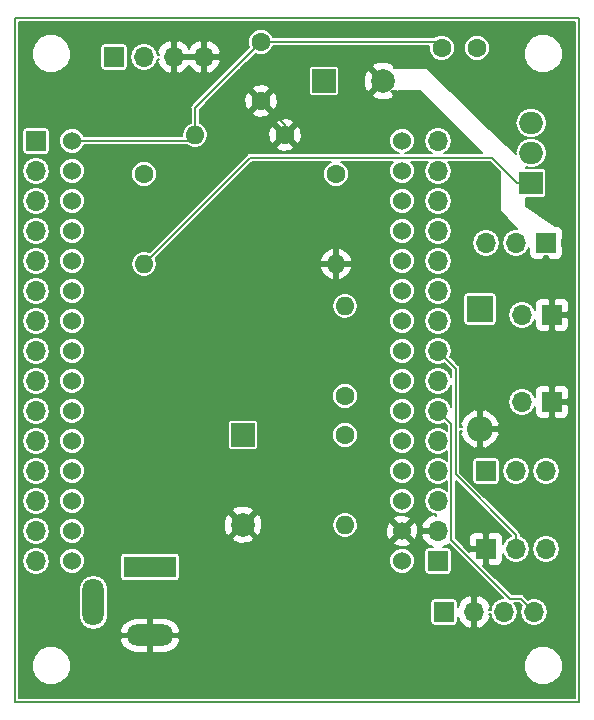
<source format=gbr>
%TF.GenerationSoftware,KiCad,Pcbnew,5.0.2-bee76a0~70~ubuntu18.04.1*%
%TF.CreationDate,2019-12-13T20:17:08+01:00*%
%TF.ProjectId,ESP8266-LolinV3-Lamp,45535038-3236-4362-9d4c-6f6c696e5633,2.0*%
%TF.SameCoordinates,Original*%
%TF.FileFunction,Copper,L1,Top*%
%TF.FilePolarity,Positive*%
%FSLAX46Y46*%
G04 Gerber Fmt 4.6, Leading zero omitted, Abs format (unit mm)*
G04 Created by KiCad (PCBNEW 5.0.2-bee76a0~70~ubuntu18.04.1) date ven 13 dic 2019 20:17:08 CET*
%MOMM*%
%LPD*%
G01*
G04 APERTURE LIST*
%ADD10C,0.150000*%
%ADD11R,1.700000X1.700000*%
%ADD12O,1.700000X1.700000*%
%ADD13R,2.200000X2.200000*%
%ADD14O,2.200000X2.200000*%
%ADD15C,1.524000*%
%ADD16O,1.800000X4.000000*%
%ADD17O,4.000000X1.800000*%
%ADD18R,4.400000X1.800000*%
%ADD19R,2.000000X2.000000*%
%ADD20C,2.000000*%
%ADD21C,1.600000*%
%ADD22O,1.600000X1.600000*%
%ADD23R,2.000000X1.905000*%
%ADD24O,2.000000X1.905000*%
%ADD25C,0.160000*%
%ADD26C,0.200000*%
G04 APERTURE END LIST*
D10*
X187198000Y-48768000D02*
X187198000Y-106680000D01*
X139446000Y-106680000D02*
X187198000Y-106680000D01*
X139446000Y-48768000D02*
X187198000Y-48768000D01*
X139446000Y-106680000D02*
X139446000Y-48768000D01*
D11*
X184912000Y-81280000D03*
D12*
X182372000Y-81280000D03*
D11*
X184912000Y-73914000D03*
D12*
X182372000Y-73914000D03*
D13*
X178816000Y-73406000D03*
D14*
X178816000Y-83566000D03*
D15*
X144272000Y-59182000D03*
X144272000Y-61722000D03*
X144272000Y-64262000D03*
X144272000Y-66802000D03*
X144272000Y-69342000D03*
X144272000Y-71882000D03*
X144272000Y-74422000D03*
X144272000Y-76962000D03*
X144272000Y-79502000D03*
X144272000Y-82042000D03*
X144272000Y-84582000D03*
X144272000Y-87122000D03*
X144272000Y-89662000D03*
X144272000Y-92202000D03*
X144272000Y-94742000D03*
X172212000Y-94742000D03*
X172212000Y-92202000D03*
X172212000Y-89662000D03*
X172212000Y-87122000D03*
X172212000Y-84582000D03*
X172212000Y-82042000D03*
X172212000Y-79502000D03*
X172212000Y-76962000D03*
X172212000Y-74422000D03*
X172212000Y-71882000D03*
X172212000Y-69342000D03*
X172212000Y-66802000D03*
X172212000Y-64262000D03*
X172212000Y-61722000D03*
X172212000Y-59182000D03*
D16*
X146076000Y-98250000D03*
D17*
X150876000Y-101050000D03*
D18*
X150876000Y-95250000D03*
D19*
X165608000Y-54102000D03*
D20*
X170608000Y-54102000D03*
D21*
X160274000Y-50800000D03*
X160274000Y-55800000D03*
X178562000Y-51308000D03*
X175562000Y-51308000D03*
X162306000Y-58674000D03*
D22*
X154686000Y-58674000D03*
X167386000Y-73152000D03*
D21*
X167386000Y-80772000D03*
X167386000Y-84074000D03*
D22*
X167386000Y-91694000D03*
D12*
X141224000Y-94742000D03*
X141224000Y-92202000D03*
X141224000Y-89662000D03*
X141224000Y-87122000D03*
X141224000Y-84582000D03*
X141224000Y-82042000D03*
X141224000Y-79502000D03*
X141224000Y-76962000D03*
X141224000Y-74422000D03*
X141224000Y-71882000D03*
X141224000Y-69342000D03*
X141224000Y-66802000D03*
X141224000Y-64262000D03*
X141224000Y-61722000D03*
D11*
X141224000Y-59182000D03*
X179324000Y-87122000D03*
D12*
X181864000Y-87122000D03*
X184404000Y-87122000D03*
D22*
X150368000Y-69596000D03*
D21*
X150368000Y-61976000D03*
X166624000Y-61976000D03*
D22*
X166624000Y-69596000D03*
D23*
X183134000Y-62738000D03*
D24*
X183134000Y-60198000D03*
X183134000Y-57658000D03*
D19*
X158750000Y-84074000D03*
D20*
X158750000Y-91674000D03*
D12*
X179324000Y-67818000D03*
X181864000Y-67818000D03*
D11*
X184404000Y-67818000D03*
X179324000Y-93726000D03*
D12*
X181864000Y-93726000D03*
X184404000Y-93726000D03*
X155448000Y-52070000D03*
X152908000Y-52070000D03*
X150368000Y-52070000D03*
D11*
X147828000Y-52070000D03*
X175768000Y-99060000D03*
D12*
X178308000Y-99060000D03*
X180848000Y-99060000D03*
X183388000Y-99060000D03*
D11*
X175260000Y-94742000D03*
D12*
X175260000Y-92202000D03*
X175260000Y-89662000D03*
X175260000Y-87122000D03*
X175260000Y-84582000D03*
X175260000Y-82042000D03*
X175260000Y-79502000D03*
X175260000Y-76962000D03*
X175260000Y-74422000D03*
X175260000Y-71882000D03*
X175260000Y-69342000D03*
X175260000Y-66802000D03*
X175260000Y-64262000D03*
X175260000Y-61722000D03*
X175260000Y-59182000D03*
D25*
X162306000Y-57832000D02*
X162306000Y-58674000D01*
X160274000Y-55800000D02*
X162306000Y-57832000D01*
X154686000Y-56388000D02*
X160274000Y-50800000D01*
X154686000Y-58674000D02*
X154686000Y-56388000D01*
X175054000Y-50800000D02*
X175562000Y-51308000D01*
X160274000Y-50800000D02*
X175054000Y-50800000D01*
X154178000Y-59182000D02*
X154686000Y-58674000D01*
X144272000Y-59182000D02*
X154178000Y-59182000D01*
X176390001Y-83172001D02*
X176109999Y-82891999D01*
X176390001Y-92996003D02*
X176390001Y-83172001D01*
X176109999Y-82891999D02*
X175260000Y-82042000D01*
X181323997Y-97929999D02*
X176390001Y-92996003D01*
X182257999Y-97929999D02*
X181323997Y-97929999D01*
X183388000Y-99060000D02*
X182257999Y-97929999D01*
X176750011Y-87409930D02*
X176750011Y-78452011D01*
X176750011Y-78452011D02*
X176109999Y-77811999D01*
X181864000Y-92523919D02*
X176750011Y-87409930D01*
X176109999Y-77811999D02*
X175260000Y-76962000D01*
X181864000Y-93726000D02*
X181864000Y-92523919D01*
X151167999Y-68796001D02*
X150368000Y-69596000D01*
X159372001Y-60591999D02*
X151167999Y-68796001D01*
X179827999Y-60591999D02*
X159372001Y-60591999D01*
X181974000Y-62738000D02*
X179827999Y-60591999D01*
X183134000Y-62738000D02*
X181974000Y-62738000D01*
D26*
G36*
X186823001Y-106305000D02*
X139821000Y-106305000D01*
X139821000Y-103303795D01*
X140844000Y-103303795D01*
X140844000Y-103960205D01*
X141095198Y-104566650D01*
X141559350Y-105030802D01*
X142165795Y-105282000D01*
X142822205Y-105282000D01*
X143428650Y-105030802D01*
X143892802Y-104566650D01*
X144144000Y-103960205D01*
X144144000Y-103303795D01*
X182500000Y-103303795D01*
X182500000Y-103960205D01*
X182751198Y-104566650D01*
X183215350Y-105030802D01*
X183821795Y-105282000D01*
X184478205Y-105282000D01*
X185084650Y-105030802D01*
X185548802Y-104566650D01*
X185800000Y-103960205D01*
X185800000Y-103303795D01*
X185548802Y-102697350D01*
X185084650Y-102233198D01*
X184478205Y-101982000D01*
X183821795Y-101982000D01*
X183215350Y-102233198D01*
X182751198Y-102697350D01*
X182500000Y-103303795D01*
X144144000Y-103303795D01*
X143892802Y-102697350D01*
X143428650Y-102233198D01*
X142822205Y-101982000D01*
X142165795Y-101982000D01*
X141559350Y-102233198D01*
X141095198Y-102697350D01*
X140844000Y-103303795D01*
X139821000Y-103303795D01*
X139821000Y-101436774D01*
X148318444Y-101436774D01*
X148323857Y-101484810D01*
X148600789Y-102007423D01*
X149056636Y-102384277D01*
X149622000Y-102558000D01*
X150722000Y-102558000D01*
X150722000Y-101204000D01*
X151030000Y-101204000D01*
X151030000Y-102558000D01*
X152130000Y-102558000D01*
X152695364Y-102384277D01*
X153151211Y-102007423D01*
X153428143Y-101484810D01*
X153433556Y-101436774D01*
X153323227Y-101204000D01*
X151030000Y-101204000D01*
X150722000Y-101204000D01*
X148428773Y-101204000D01*
X148318444Y-101436774D01*
X139821000Y-101436774D01*
X139821000Y-100663226D01*
X148318444Y-100663226D01*
X148428773Y-100896000D01*
X150722000Y-100896000D01*
X150722000Y-99542000D01*
X151030000Y-99542000D01*
X151030000Y-100896000D01*
X153323227Y-100896000D01*
X153433556Y-100663226D01*
X153428143Y-100615190D01*
X153151211Y-100092577D01*
X152695364Y-99715723D01*
X152130000Y-99542000D01*
X151030000Y-99542000D01*
X150722000Y-99542000D01*
X149622000Y-99542000D01*
X149056636Y-99715723D01*
X148600789Y-100092577D01*
X148323857Y-100615190D01*
X148318444Y-100663226D01*
X139821000Y-100663226D01*
X139821000Y-97031813D01*
X144876000Y-97031813D01*
X144876001Y-99468188D01*
X144945626Y-99818217D01*
X145210849Y-100215152D01*
X145607784Y-100480375D01*
X146076000Y-100573509D01*
X146544217Y-100480375D01*
X146941152Y-100215152D01*
X147206375Y-99818217D01*
X147276000Y-99468188D01*
X147276000Y-98210000D01*
X174612123Y-98210000D01*
X174612123Y-99910000D01*
X174635407Y-100027054D01*
X174701712Y-100126288D01*
X174800946Y-100192593D01*
X174918000Y-100215877D01*
X176618000Y-100215877D01*
X176735054Y-100192593D01*
X176834288Y-100126288D01*
X176900593Y-100027054D01*
X176923877Y-99910000D01*
X176923877Y-99487023D01*
X177152259Y-99948854D01*
X177580384Y-100323477D01*
X177929090Y-100467903D01*
X178154000Y-100356889D01*
X178154000Y-99214000D01*
X178134000Y-99214000D01*
X178134000Y-98906000D01*
X178154000Y-98906000D01*
X178154000Y-97763111D01*
X177929090Y-97652097D01*
X177580384Y-97796523D01*
X177152259Y-98171146D01*
X176923877Y-98632977D01*
X176923877Y-98210000D01*
X176900593Y-98092946D01*
X176834288Y-97993712D01*
X176735054Y-97927407D01*
X176618000Y-97904123D01*
X174918000Y-97904123D01*
X174800946Y-97927407D01*
X174701712Y-97993712D01*
X174635407Y-98092946D01*
X174612123Y-98210000D01*
X147276000Y-98210000D01*
X147276000Y-97031812D01*
X147206375Y-96681783D01*
X146941152Y-96284848D01*
X146544216Y-96019625D01*
X146076000Y-95926491D01*
X145607783Y-96019625D01*
X145210848Y-96284848D01*
X144945625Y-96681784D01*
X144876000Y-97031813D01*
X139821000Y-97031813D01*
X139821000Y-94742000D01*
X140051471Y-94742000D01*
X140140724Y-95190707D01*
X140394897Y-95571103D01*
X140775293Y-95825276D01*
X141110739Y-95892000D01*
X141337261Y-95892000D01*
X141672707Y-95825276D01*
X142053103Y-95571103D01*
X142307276Y-95190707D01*
X142396529Y-94742000D01*
X142354510Y-94530755D01*
X143210000Y-94530755D01*
X143210000Y-94953245D01*
X143371680Y-95343575D01*
X143670425Y-95642320D01*
X144060755Y-95804000D01*
X144483245Y-95804000D01*
X144873575Y-95642320D01*
X145172320Y-95343575D01*
X145334000Y-94953245D01*
X145334000Y-94530755D01*
X145259129Y-94350000D01*
X148370123Y-94350000D01*
X148370123Y-96150000D01*
X148393407Y-96267054D01*
X148459712Y-96366288D01*
X148558946Y-96432593D01*
X148676000Y-96455877D01*
X153076000Y-96455877D01*
X153193054Y-96432593D01*
X153292288Y-96366288D01*
X153358593Y-96267054D01*
X153381877Y-96150000D01*
X153381877Y-94530755D01*
X171150000Y-94530755D01*
X171150000Y-94953245D01*
X171311680Y-95343575D01*
X171610425Y-95642320D01*
X172000755Y-95804000D01*
X172423245Y-95804000D01*
X172813575Y-95642320D01*
X173112320Y-95343575D01*
X173274000Y-94953245D01*
X173274000Y-94530755D01*
X173112320Y-94140425D01*
X172813575Y-93841680D01*
X172423245Y-93680000D01*
X172000755Y-93680000D01*
X171610425Y-93841680D01*
X171311680Y-94140425D01*
X171150000Y-94530755D01*
X153381877Y-94530755D01*
X153381877Y-94350000D01*
X153358593Y-94232946D01*
X153292288Y-94133712D01*
X153193054Y-94067407D01*
X153076000Y-94044123D01*
X148676000Y-94044123D01*
X148558946Y-94067407D01*
X148459712Y-94133712D01*
X148393407Y-94232946D01*
X148370123Y-94350000D01*
X145259129Y-94350000D01*
X145172320Y-94140425D01*
X144873575Y-93841680D01*
X144483245Y-93680000D01*
X144060755Y-93680000D01*
X143670425Y-93841680D01*
X143371680Y-94140425D01*
X143210000Y-94530755D01*
X142354510Y-94530755D01*
X142307276Y-94293293D01*
X142053103Y-93912897D01*
X141672707Y-93658724D01*
X141337261Y-93592000D01*
X141110739Y-93592000D01*
X140775293Y-93658724D01*
X140394897Y-93912897D01*
X140140724Y-94293293D01*
X140051471Y-94742000D01*
X139821000Y-94742000D01*
X139821000Y-92202000D01*
X140051471Y-92202000D01*
X140140724Y-92650707D01*
X140394897Y-93031103D01*
X140775293Y-93285276D01*
X141110739Y-93352000D01*
X141337261Y-93352000D01*
X141672707Y-93285276D01*
X142053103Y-93031103D01*
X142307276Y-92650707D01*
X142396529Y-92202000D01*
X142354510Y-91990755D01*
X143210000Y-91990755D01*
X143210000Y-92413245D01*
X143371680Y-92803575D01*
X143670425Y-93102320D01*
X144060755Y-93264000D01*
X144483245Y-93264000D01*
X144873575Y-93102320D01*
X145146829Y-92829066D01*
X157812723Y-92829066D01*
X157915174Y-93085040D01*
X158518703Y-93297105D01*
X159157445Y-93262067D01*
X159345026Y-93184368D01*
X171447421Y-93184368D01*
X171520551Y-93415698D01*
X172037647Y-93587917D01*
X172581287Y-93549142D01*
X172903449Y-93415698D01*
X172976579Y-93184368D01*
X172212000Y-92419789D01*
X171447421Y-93184368D01*
X159345026Y-93184368D01*
X159584826Y-93085040D01*
X159687277Y-92829066D01*
X158750000Y-91891789D01*
X157812723Y-92829066D01*
X145146829Y-92829066D01*
X145172320Y-92803575D01*
X145334000Y-92413245D01*
X145334000Y-91990755D01*
X145172320Y-91600425D01*
X145014598Y-91442703D01*
X157126895Y-91442703D01*
X157161933Y-92081445D01*
X157338960Y-92508826D01*
X157594934Y-92611277D01*
X158532211Y-91674000D01*
X158967789Y-91674000D01*
X159905066Y-92611277D01*
X160161040Y-92508826D01*
X160373105Y-91905297D01*
X160361515Y-91694000D01*
X166264450Y-91694000D01*
X166349823Y-92123199D01*
X166592944Y-92487056D01*
X166956801Y-92730177D01*
X167277661Y-92794000D01*
X167494339Y-92794000D01*
X167815199Y-92730177D01*
X168179056Y-92487056D01*
X168422177Y-92123199D01*
X168441183Y-92027647D01*
X170826083Y-92027647D01*
X170864858Y-92571287D01*
X170998302Y-92893449D01*
X171229632Y-92966579D01*
X171994211Y-92202000D01*
X172429789Y-92202000D01*
X173194368Y-92966579D01*
X173425698Y-92893449D01*
X173597917Y-92376353D01*
X173559142Y-91832713D01*
X173555157Y-91823090D01*
X173852097Y-91823090D01*
X173963111Y-92048000D01*
X175106000Y-92048000D01*
X175106000Y-92028000D01*
X175414000Y-92028000D01*
X175414000Y-92048000D01*
X175434000Y-92048000D01*
X175434000Y-92356000D01*
X175414000Y-92356000D01*
X175414000Y-92376000D01*
X175106000Y-92376000D01*
X175106000Y-92356000D01*
X173963111Y-92356000D01*
X173852097Y-92580910D01*
X173996523Y-92929616D01*
X174371146Y-93357741D01*
X174832977Y-93586123D01*
X174410000Y-93586123D01*
X174292946Y-93609407D01*
X174193712Y-93675712D01*
X174127407Y-93774946D01*
X174104123Y-93892000D01*
X174104123Y-95592000D01*
X174127407Y-95709054D01*
X174193712Y-95808288D01*
X174292946Y-95874593D01*
X174410000Y-95897877D01*
X176110000Y-95897877D01*
X176227054Y-95874593D01*
X176326288Y-95808288D01*
X176392593Y-95709054D01*
X176415877Y-95592000D01*
X176415877Y-93892000D01*
X176392593Y-93774946D01*
X176326288Y-93675712D01*
X176227054Y-93609407D01*
X176110000Y-93586123D01*
X175687023Y-93586123D01*
X176148854Y-93357741D01*
X176179414Y-93322816D01*
X180766597Y-97910000D01*
X180734739Y-97910000D01*
X180399293Y-97976724D01*
X180018897Y-98230897D01*
X179764724Y-98611293D01*
X179706104Y-98905998D01*
X179605857Y-98905998D01*
X179715915Y-98681089D01*
X179463741Y-98171146D01*
X179035616Y-97796523D01*
X178686910Y-97652097D01*
X178462000Y-97763111D01*
X178462000Y-98906000D01*
X178482000Y-98906000D01*
X178482000Y-99214000D01*
X178462000Y-99214000D01*
X178462000Y-100356889D01*
X178686910Y-100467903D01*
X179035616Y-100323477D01*
X179463741Y-99948854D01*
X179715915Y-99438911D01*
X179605857Y-99214002D01*
X179706104Y-99214002D01*
X179764724Y-99508707D01*
X180018897Y-99889103D01*
X180399293Y-100143276D01*
X180734739Y-100210000D01*
X180961261Y-100210000D01*
X181296707Y-100143276D01*
X181677103Y-99889103D01*
X181931276Y-99508707D01*
X182020529Y-99060000D01*
X181931276Y-98611293D01*
X181729957Y-98309999D01*
X182100599Y-98309999D01*
X182343644Y-98553045D01*
X182304724Y-98611293D01*
X182215471Y-99060000D01*
X182304724Y-99508707D01*
X182558897Y-99889103D01*
X182939293Y-100143276D01*
X183274739Y-100210000D01*
X183501261Y-100210000D01*
X183836707Y-100143276D01*
X184217103Y-99889103D01*
X184471276Y-99508707D01*
X184560529Y-99060000D01*
X184471276Y-98611293D01*
X184217103Y-98230897D01*
X183836707Y-97976724D01*
X183501261Y-97910000D01*
X183274739Y-97910000D01*
X182939293Y-97976724D01*
X182881045Y-98015644D01*
X182553163Y-97687763D01*
X182531963Y-97656035D01*
X182406267Y-97572047D01*
X182295423Y-97549999D01*
X182295418Y-97549999D01*
X182257999Y-97542556D01*
X182220580Y-97549999D01*
X181481398Y-97549999D01*
X179066699Y-95135301D01*
X179170000Y-95032000D01*
X179170000Y-93880000D01*
X178018000Y-93880000D01*
X177914699Y-93983301D01*
X176770001Y-92838603D01*
X176770001Y-92755061D01*
X177866000Y-92755061D01*
X177866000Y-93420000D01*
X178018000Y-93572000D01*
X179170000Y-93572000D01*
X179170000Y-92420000D01*
X179018000Y-92268000D01*
X178353062Y-92268000D01*
X178129596Y-92360562D01*
X177958563Y-92531595D01*
X177866000Y-92755061D01*
X176770001Y-92755061D01*
X176770001Y-87967320D01*
X181440408Y-92637728D01*
X181415293Y-92642724D01*
X181034897Y-92896897D01*
X180782000Y-93275383D01*
X180782000Y-92755061D01*
X180689437Y-92531595D01*
X180518404Y-92360562D01*
X180294938Y-92268000D01*
X179630000Y-92268000D01*
X179478000Y-92420000D01*
X179478000Y-93572000D01*
X179498000Y-93572000D01*
X179498000Y-93880000D01*
X179478000Y-93880000D01*
X179478000Y-95032000D01*
X179630000Y-95184000D01*
X180294938Y-95184000D01*
X180518404Y-95091438D01*
X180689437Y-94920405D01*
X180782000Y-94696939D01*
X180782000Y-94176617D01*
X181034897Y-94555103D01*
X181415293Y-94809276D01*
X181750739Y-94876000D01*
X181977261Y-94876000D01*
X182312707Y-94809276D01*
X182693103Y-94555103D01*
X182947276Y-94174707D01*
X183036529Y-93726000D01*
X183231471Y-93726000D01*
X183320724Y-94174707D01*
X183574897Y-94555103D01*
X183955293Y-94809276D01*
X184290739Y-94876000D01*
X184517261Y-94876000D01*
X184852707Y-94809276D01*
X185233103Y-94555103D01*
X185487276Y-94174707D01*
X185576529Y-93726000D01*
X185487276Y-93277293D01*
X185233103Y-92896897D01*
X184852707Y-92642724D01*
X184517261Y-92576000D01*
X184290739Y-92576000D01*
X183955293Y-92642724D01*
X183574897Y-92896897D01*
X183320724Y-93277293D01*
X183231471Y-93726000D01*
X183036529Y-93726000D01*
X182947276Y-93277293D01*
X182693103Y-92896897D01*
X182312707Y-92642724D01*
X182244000Y-92629057D01*
X182244000Y-92561338D01*
X182251443Y-92523919D01*
X182244000Y-92486500D01*
X182244000Y-92486495D01*
X182221952Y-92375651D01*
X182137964Y-92249955D01*
X182106239Y-92228757D01*
X177130011Y-87252530D01*
X177130011Y-86272000D01*
X178168123Y-86272000D01*
X178168123Y-87972000D01*
X178191407Y-88089054D01*
X178257712Y-88188288D01*
X178356946Y-88254593D01*
X178474000Y-88277877D01*
X180174000Y-88277877D01*
X180291054Y-88254593D01*
X180390288Y-88188288D01*
X180456593Y-88089054D01*
X180479877Y-87972000D01*
X180479877Y-87122000D01*
X180691471Y-87122000D01*
X180780724Y-87570707D01*
X181034897Y-87951103D01*
X181415293Y-88205276D01*
X181750739Y-88272000D01*
X181977261Y-88272000D01*
X182312707Y-88205276D01*
X182693103Y-87951103D01*
X182947276Y-87570707D01*
X183036529Y-87122000D01*
X183231471Y-87122000D01*
X183320724Y-87570707D01*
X183574897Y-87951103D01*
X183955293Y-88205276D01*
X184290739Y-88272000D01*
X184517261Y-88272000D01*
X184852707Y-88205276D01*
X185233103Y-87951103D01*
X185487276Y-87570707D01*
X185576529Y-87122000D01*
X185487276Y-86673293D01*
X185233103Y-86292897D01*
X184852707Y-86038724D01*
X184517261Y-85972000D01*
X184290739Y-85972000D01*
X183955293Y-86038724D01*
X183574897Y-86292897D01*
X183320724Y-86673293D01*
X183231471Y-87122000D01*
X183036529Y-87122000D01*
X182947276Y-86673293D01*
X182693103Y-86292897D01*
X182312707Y-86038724D01*
X181977261Y-85972000D01*
X181750739Y-85972000D01*
X181415293Y-86038724D01*
X181034897Y-86292897D01*
X180780724Y-86673293D01*
X180691471Y-87122000D01*
X180479877Y-87122000D01*
X180479877Y-86272000D01*
X180456593Y-86154946D01*
X180390288Y-86055712D01*
X180291054Y-85989407D01*
X180174000Y-85966123D01*
X178474000Y-85966123D01*
X178356946Y-85989407D01*
X178257712Y-86055712D01*
X178191407Y-86154946D01*
X178168123Y-86272000D01*
X177130011Y-86272000D01*
X177130011Y-83720002D01*
X177266946Y-83720002D01*
X177159981Y-83984207D01*
X177446079Y-84586104D01*
X177940735Y-85032699D01*
X178397794Y-85222009D01*
X178662000Y-85114360D01*
X178662000Y-83720000D01*
X178970000Y-83720000D01*
X178970000Y-85114360D01*
X179234206Y-85222009D01*
X179691265Y-85032699D01*
X180185921Y-84586104D01*
X180472019Y-83984207D01*
X180365053Y-83720000D01*
X178970000Y-83720000D01*
X178662000Y-83720000D01*
X178642000Y-83720000D01*
X178642000Y-83412000D01*
X178662000Y-83412000D01*
X178662000Y-82017640D01*
X178970000Y-82017640D01*
X178970000Y-83412000D01*
X180365053Y-83412000D01*
X180472019Y-83147793D01*
X180185921Y-82545896D01*
X179691265Y-82099301D01*
X179234206Y-81909991D01*
X178970000Y-82017640D01*
X178662000Y-82017640D01*
X178397794Y-81909991D01*
X177940735Y-82099301D01*
X177446079Y-82545896D01*
X177159981Y-83147793D01*
X177266946Y-83411998D01*
X177130011Y-83411998D01*
X177130011Y-81280000D01*
X181199471Y-81280000D01*
X181288724Y-81728707D01*
X181542897Y-82109103D01*
X181923293Y-82363276D01*
X182258739Y-82430000D01*
X182485261Y-82430000D01*
X182820707Y-82363276D01*
X183201103Y-82109103D01*
X183454000Y-81730617D01*
X183454000Y-82250939D01*
X183546563Y-82474405D01*
X183717596Y-82645438D01*
X183941062Y-82738000D01*
X184606000Y-82738000D01*
X184758000Y-82586000D01*
X184758000Y-81434000D01*
X185066000Y-81434000D01*
X185066000Y-82586000D01*
X185218000Y-82738000D01*
X185882938Y-82738000D01*
X186106404Y-82645438D01*
X186277437Y-82474405D01*
X186370000Y-82250939D01*
X186370000Y-81586000D01*
X186218000Y-81434000D01*
X185066000Y-81434000D01*
X184758000Y-81434000D01*
X184738000Y-81434000D01*
X184738000Y-81126000D01*
X184758000Y-81126000D01*
X184758000Y-79974000D01*
X185066000Y-79974000D01*
X185066000Y-81126000D01*
X186218000Y-81126000D01*
X186370000Y-80974000D01*
X186370000Y-80309061D01*
X186277437Y-80085595D01*
X186106404Y-79914562D01*
X185882938Y-79822000D01*
X185218000Y-79822000D01*
X185066000Y-79974000D01*
X184758000Y-79974000D01*
X184606000Y-79822000D01*
X183941062Y-79822000D01*
X183717596Y-79914562D01*
X183546563Y-80085595D01*
X183454000Y-80309061D01*
X183454000Y-80829383D01*
X183201103Y-80450897D01*
X182820707Y-80196724D01*
X182485261Y-80130000D01*
X182258739Y-80130000D01*
X181923293Y-80196724D01*
X181542897Y-80450897D01*
X181288724Y-80831293D01*
X181199471Y-81280000D01*
X177130011Y-81280000D01*
X177130011Y-78489430D01*
X177137454Y-78452011D01*
X177130011Y-78414592D01*
X177130011Y-78414587D01*
X177107963Y-78303743D01*
X177023975Y-78178047D01*
X176992249Y-78156848D01*
X176405164Y-77569764D01*
X176405162Y-77569761D01*
X176304356Y-77468955D01*
X176343276Y-77410707D01*
X176432529Y-76962000D01*
X176343276Y-76513293D01*
X176089103Y-76132897D01*
X175708707Y-75878724D01*
X175373261Y-75812000D01*
X175146739Y-75812000D01*
X174811293Y-75878724D01*
X174430897Y-76132897D01*
X174176724Y-76513293D01*
X174087471Y-76962000D01*
X174176724Y-77410707D01*
X174430897Y-77791103D01*
X174811293Y-78045276D01*
X175146739Y-78112000D01*
X175373261Y-78112000D01*
X175708707Y-78045276D01*
X175766955Y-78006356D01*
X175867761Y-78107162D01*
X175867764Y-78107164D01*
X176370012Y-78609413D01*
X176370012Y-79187704D01*
X176343276Y-79053293D01*
X176089103Y-78672897D01*
X175708707Y-78418724D01*
X175373261Y-78352000D01*
X175146739Y-78352000D01*
X174811293Y-78418724D01*
X174430897Y-78672897D01*
X174176724Y-79053293D01*
X174087471Y-79502000D01*
X174176724Y-79950707D01*
X174430897Y-80331103D01*
X174811293Y-80585276D01*
X175146739Y-80652000D01*
X175373261Y-80652000D01*
X175708707Y-80585276D01*
X176089103Y-80331103D01*
X176343276Y-79950707D01*
X176370012Y-79816296D01*
X176370012Y-81727703D01*
X176343276Y-81593293D01*
X176089103Y-81212897D01*
X175708707Y-80958724D01*
X175373261Y-80892000D01*
X175146739Y-80892000D01*
X174811293Y-80958724D01*
X174430897Y-81212897D01*
X174176724Y-81593293D01*
X174087471Y-82042000D01*
X174176724Y-82490707D01*
X174430897Y-82871103D01*
X174811293Y-83125276D01*
X175146739Y-83192000D01*
X175373261Y-83192000D01*
X175708707Y-83125276D01*
X175766955Y-83086356D01*
X175867761Y-83187162D01*
X175867764Y-83187164D01*
X176010002Y-83329403D01*
X176010002Y-83700043D01*
X175708707Y-83498724D01*
X175373261Y-83432000D01*
X175146739Y-83432000D01*
X174811293Y-83498724D01*
X174430897Y-83752897D01*
X174176724Y-84133293D01*
X174087471Y-84582000D01*
X174176724Y-85030707D01*
X174430897Y-85411103D01*
X174811293Y-85665276D01*
X175146739Y-85732000D01*
X175373261Y-85732000D01*
X175708707Y-85665276D01*
X176010002Y-85463957D01*
X176010002Y-86240043D01*
X175708707Y-86038724D01*
X175373261Y-85972000D01*
X175146739Y-85972000D01*
X174811293Y-86038724D01*
X174430897Y-86292897D01*
X174176724Y-86673293D01*
X174087471Y-87122000D01*
X174176724Y-87570707D01*
X174430897Y-87951103D01*
X174811293Y-88205276D01*
X175146739Y-88272000D01*
X175373261Y-88272000D01*
X175708707Y-88205276D01*
X176010002Y-88003957D01*
X176010001Y-88780043D01*
X175708707Y-88578724D01*
X175373261Y-88512000D01*
X175146739Y-88512000D01*
X174811293Y-88578724D01*
X174430897Y-88832897D01*
X174176724Y-89213293D01*
X174087471Y-89662000D01*
X174176724Y-90110707D01*
X174430897Y-90491103D01*
X174811293Y-90745276D01*
X175105998Y-90803896D01*
X175105998Y-90904143D01*
X174881089Y-90794085D01*
X174371146Y-91046259D01*
X173996523Y-91474384D01*
X173852097Y-91823090D01*
X173555157Y-91823090D01*
X173425698Y-91510551D01*
X173194368Y-91437421D01*
X172429789Y-92202000D01*
X171994211Y-92202000D01*
X171229632Y-91437421D01*
X170998302Y-91510551D01*
X170826083Y-92027647D01*
X168441183Y-92027647D01*
X168507550Y-91694000D01*
X168422177Y-91264801D01*
X168391997Y-91219632D01*
X171447421Y-91219632D01*
X172212000Y-91984211D01*
X172976579Y-91219632D01*
X172903449Y-90988302D01*
X172386353Y-90816083D01*
X171842713Y-90854858D01*
X171520551Y-90988302D01*
X171447421Y-91219632D01*
X168391997Y-91219632D01*
X168179056Y-90900944D01*
X167815199Y-90657823D01*
X167494339Y-90594000D01*
X167277661Y-90594000D01*
X166956801Y-90657823D01*
X166592944Y-90900944D01*
X166349823Y-91264801D01*
X166264450Y-91694000D01*
X160361515Y-91694000D01*
X160338067Y-91266555D01*
X160161040Y-90839174D01*
X159905066Y-90736723D01*
X158967789Y-91674000D01*
X158532211Y-91674000D01*
X157594934Y-90736723D01*
X157338960Y-90839174D01*
X157126895Y-91442703D01*
X145014598Y-91442703D01*
X144873575Y-91301680D01*
X144483245Y-91140000D01*
X144060755Y-91140000D01*
X143670425Y-91301680D01*
X143371680Y-91600425D01*
X143210000Y-91990755D01*
X142354510Y-91990755D01*
X142307276Y-91753293D01*
X142053103Y-91372897D01*
X141672707Y-91118724D01*
X141337261Y-91052000D01*
X141110739Y-91052000D01*
X140775293Y-91118724D01*
X140394897Y-91372897D01*
X140140724Y-91753293D01*
X140051471Y-92202000D01*
X139821000Y-92202000D01*
X139821000Y-89662000D01*
X140051471Y-89662000D01*
X140140724Y-90110707D01*
X140394897Y-90491103D01*
X140775293Y-90745276D01*
X141110739Y-90812000D01*
X141337261Y-90812000D01*
X141672707Y-90745276D01*
X142053103Y-90491103D01*
X142307276Y-90110707D01*
X142396529Y-89662000D01*
X142354510Y-89450755D01*
X143210000Y-89450755D01*
X143210000Y-89873245D01*
X143371680Y-90263575D01*
X143670425Y-90562320D01*
X144060755Y-90724000D01*
X144483245Y-90724000D01*
X144873575Y-90562320D01*
X144916961Y-90518934D01*
X157812723Y-90518934D01*
X158750000Y-91456211D01*
X159687277Y-90518934D01*
X159584826Y-90262960D01*
X158981297Y-90050895D01*
X158342555Y-90085933D01*
X157915174Y-90262960D01*
X157812723Y-90518934D01*
X144916961Y-90518934D01*
X145172320Y-90263575D01*
X145334000Y-89873245D01*
X145334000Y-89450755D01*
X171150000Y-89450755D01*
X171150000Y-89873245D01*
X171311680Y-90263575D01*
X171610425Y-90562320D01*
X172000755Y-90724000D01*
X172423245Y-90724000D01*
X172813575Y-90562320D01*
X173112320Y-90263575D01*
X173274000Y-89873245D01*
X173274000Y-89450755D01*
X173112320Y-89060425D01*
X172813575Y-88761680D01*
X172423245Y-88600000D01*
X172000755Y-88600000D01*
X171610425Y-88761680D01*
X171311680Y-89060425D01*
X171150000Y-89450755D01*
X145334000Y-89450755D01*
X145172320Y-89060425D01*
X144873575Y-88761680D01*
X144483245Y-88600000D01*
X144060755Y-88600000D01*
X143670425Y-88761680D01*
X143371680Y-89060425D01*
X143210000Y-89450755D01*
X142354510Y-89450755D01*
X142307276Y-89213293D01*
X142053103Y-88832897D01*
X141672707Y-88578724D01*
X141337261Y-88512000D01*
X141110739Y-88512000D01*
X140775293Y-88578724D01*
X140394897Y-88832897D01*
X140140724Y-89213293D01*
X140051471Y-89662000D01*
X139821000Y-89662000D01*
X139821000Y-87122000D01*
X140051471Y-87122000D01*
X140140724Y-87570707D01*
X140394897Y-87951103D01*
X140775293Y-88205276D01*
X141110739Y-88272000D01*
X141337261Y-88272000D01*
X141672707Y-88205276D01*
X142053103Y-87951103D01*
X142307276Y-87570707D01*
X142396529Y-87122000D01*
X142354510Y-86910755D01*
X143210000Y-86910755D01*
X143210000Y-87333245D01*
X143371680Y-87723575D01*
X143670425Y-88022320D01*
X144060755Y-88184000D01*
X144483245Y-88184000D01*
X144873575Y-88022320D01*
X145172320Y-87723575D01*
X145334000Y-87333245D01*
X145334000Y-86910755D01*
X171150000Y-86910755D01*
X171150000Y-87333245D01*
X171311680Y-87723575D01*
X171610425Y-88022320D01*
X172000755Y-88184000D01*
X172423245Y-88184000D01*
X172813575Y-88022320D01*
X173112320Y-87723575D01*
X173274000Y-87333245D01*
X173274000Y-86910755D01*
X173112320Y-86520425D01*
X172813575Y-86221680D01*
X172423245Y-86060000D01*
X172000755Y-86060000D01*
X171610425Y-86221680D01*
X171311680Y-86520425D01*
X171150000Y-86910755D01*
X145334000Y-86910755D01*
X145172320Y-86520425D01*
X144873575Y-86221680D01*
X144483245Y-86060000D01*
X144060755Y-86060000D01*
X143670425Y-86221680D01*
X143371680Y-86520425D01*
X143210000Y-86910755D01*
X142354510Y-86910755D01*
X142307276Y-86673293D01*
X142053103Y-86292897D01*
X141672707Y-86038724D01*
X141337261Y-85972000D01*
X141110739Y-85972000D01*
X140775293Y-86038724D01*
X140394897Y-86292897D01*
X140140724Y-86673293D01*
X140051471Y-87122000D01*
X139821000Y-87122000D01*
X139821000Y-84582000D01*
X140051471Y-84582000D01*
X140140724Y-85030707D01*
X140394897Y-85411103D01*
X140775293Y-85665276D01*
X141110739Y-85732000D01*
X141337261Y-85732000D01*
X141672707Y-85665276D01*
X142053103Y-85411103D01*
X142307276Y-85030707D01*
X142396529Y-84582000D01*
X142354510Y-84370755D01*
X143210000Y-84370755D01*
X143210000Y-84793245D01*
X143371680Y-85183575D01*
X143670425Y-85482320D01*
X144060755Y-85644000D01*
X144483245Y-85644000D01*
X144873575Y-85482320D01*
X145172320Y-85183575D01*
X145334000Y-84793245D01*
X145334000Y-84370755D01*
X145172320Y-83980425D01*
X144873575Y-83681680D01*
X144483245Y-83520000D01*
X144060755Y-83520000D01*
X143670425Y-83681680D01*
X143371680Y-83980425D01*
X143210000Y-84370755D01*
X142354510Y-84370755D01*
X142307276Y-84133293D01*
X142053103Y-83752897D01*
X141672707Y-83498724D01*
X141337261Y-83432000D01*
X141110739Y-83432000D01*
X140775293Y-83498724D01*
X140394897Y-83752897D01*
X140140724Y-84133293D01*
X140051471Y-84582000D01*
X139821000Y-84582000D01*
X139821000Y-82042000D01*
X140051471Y-82042000D01*
X140140724Y-82490707D01*
X140394897Y-82871103D01*
X140775293Y-83125276D01*
X141110739Y-83192000D01*
X141337261Y-83192000D01*
X141672707Y-83125276D01*
X142053103Y-82871103D01*
X142307276Y-82490707D01*
X142396529Y-82042000D01*
X142354510Y-81830755D01*
X143210000Y-81830755D01*
X143210000Y-82253245D01*
X143371680Y-82643575D01*
X143670425Y-82942320D01*
X144060755Y-83104000D01*
X144483245Y-83104000D01*
X144555671Y-83074000D01*
X157444123Y-83074000D01*
X157444123Y-85074000D01*
X157467407Y-85191054D01*
X157533712Y-85290288D01*
X157632946Y-85356593D01*
X157750000Y-85379877D01*
X159750000Y-85379877D01*
X159867054Y-85356593D01*
X159966288Y-85290288D01*
X160032593Y-85191054D01*
X160055877Y-85074000D01*
X160055877Y-83855196D01*
X166286000Y-83855196D01*
X166286000Y-84292804D01*
X166453465Y-84697100D01*
X166762900Y-85006535D01*
X167167196Y-85174000D01*
X167604804Y-85174000D01*
X168009100Y-85006535D01*
X168318535Y-84697100D01*
X168453711Y-84370755D01*
X171150000Y-84370755D01*
X171150000Y-84793245D01*
X171311680Y-85183575D01*
X171610425Y-85482320D01*
X172000755Y-85644000D01*
X172423245Y-85644000D01*
X172813575Y-85482320D01*
X173112320Y-85183575D01*
X173274000Y-84793245D01*
X173274000Y-84370755D01*
X173112320Y-83980425D01*
X172813575Y-83681680D01*
X172423245Y-83520000D01*
X172000755Y-83520000D01*
X171610425Y-83681680D01*
X171311680Y-83980425D01*
X171150000Y-84370755D01*
X168453711Y-84370755D01*
X168486000Y-84292804D01*
X168486000Y-83855196D01*
X168318535Y-83450900D01*
X168009100Y-83141465D01*
X167604804Y-82974000D01*
X167167196Y-82974000D01*
X166762900Y-83141465D01*
X166453465Y-83450900D01*
X166286000Y-83855196D01*
X160055877Y-83855196D01*
X160055877Y-83074000D01*
X160032593Y-82956946D01*
X159966288Y-82857712D01*
X159867054Y-82791407D01*
X159750000Y-82768123D01*
X157750000Y-82768123D01*
X157632946Y-82791407D01*
X157533712Y-82857712D01*
X157467407Y-82956946D01*
X157444123Y-83074000D01*
X144555671Y-83074000D01*
X144873575Y-82942320D01*
X145172320Y-82643575D01*
X145334000Y-82253245D01*
X145334000Y-81830755D01*
X145172320Y-81440425D01*
X144873575Y-81141680D01*
X144483245Y-80980000D01*
X144060755Y-80980000D01*
X143670425Y-81141680D01*
X143371680Y-81440425D01*
X143210000Y-81830755D01*
X142354510Y-81830755D01*
X142307276Y-81593293D01*
X142053103Y-81212897D01*
X141672707Y-80958724D01*
X141337261Y-80892000D01*
X141110739Y-80892000D01*
X140775293Y-80958724D01*
X140394897Y-81212897D01*
X140140724Y-81593293D01*
X140051471Y-82042000D01*
X139821000Y-82042000D01*
X139821000Y-79502000D01*
X140051471Y-79502000D01*
X140140724Y-79950707D01*
X140394897Y-80331103D01*
X140775293Y-80585276D01*
X141110739Y-80652000D01*
X141337261Y-80652000D01*
X141672707Y-80585276D01*
X142053103Y-80331103D01*
X142307276Y-79950707D01*
X142396529Y-79502000D01*
X142354510Y-79290755D01*
X143210000Y-79290755D01*
X143210000Y-79713245D01*
X143371680Y-80103575D01*
X143670425Y-80402320D01*
X144060755Y-80564000D01*
X144483245Y-80564000D01*
X144509328Y-80553196D01*
X166286000Y-80553196D01*
X166286000Y-80990804D01*
X166453465Y-81395100D01*
X166762900Y-81704535D01*
X167167196Y-81872000D01*
X167604804Y-81872000D01*
X167704378Y-81830755D01*
X171150000Y-81830755D01*
X171150000Y-82253245D01*
X171311680Y-82643575D01*
X171610425Y-82942320D01*
X172000755Y-83104000D01*
X172423245Y-83104000D01*
X172813575Y-82942320D01*
X173112320Y-82643575D01*
X173274000Y-82253245D01*
X173274000Y-81830755D01*
X173112320Y-81440425D01*
X172813575Y-81141680D01*
X172423245Y-80980000D01*
X172000755Y-80980000D01*
X171610425Y-81141680D01*
X171311680Y-81440425D01*
X171150000Y-81830755D01*
X167704378Y-81830755D01*
X168009100Y-81704535D01*
X168318535Y-81395100D01*
X168486000Y-80990804D01*
X168486000Y-80553196D01*
X168318535Y-80148900D01*
X168009100Y-79839465D01*
X167604804Y-79672000D01*
X167167196Y-79672000D01*
X166762900Y-79839465D01*
X166453465Y-80148900D01*
X166286000Y-80553196D01*
X144509328Y-80553196D01*
X144873575Y-80402320D01*
X145172320Y-80103575D01*
X145334000Y-79713245D01*
X145334000Y-79290755D01*
X171150000Y-79290755D01*
X171150000Y-79713245D01*
X171311680Y-80103575D01*
X171610425Y-80402320D01*
X172000755Y-80564000D01*
X172423245Y-80564000D01*
X172813575Y-80402320D01*
X173112320Y-80103575D01*
X173274000Y-79713245D01*
X173274000Y-79290755D01*
X173112320Y-78900425D01*
X172813575Y-78601680D01*
X172423245Y-78440000D01*
X172000755Y-78440000D01*
X171610425Y-78601680D01*
X171311680Y-78900425D01*
X171150000Y-79290755D01*
X145334000Y-79290755D01*
X145172320Y-78900425D01*
X144873575Y-78601680D01*
X144483245Y-78440000D01*
X144060755Y-78440000D01*
X143670425Y-78601680D01*
X143371680Y-78900425D01*
X143210000Y-79290755D01*
X142354510Y-79290755D01*
X142307276Y-79053293D01*
X142053103Y-78672897D01*
X141672707Y-78418724D01*
X141337261Y-78352000D01*
X141110739Y-78352000D01*
X140775293Y-78418724D01*
X140394897Y-78672897D01*
X140140724Y-79053293D01*
X140051471Y-79502000D01*
X139821000Y-79502000D01*
X139821000Y-76962000D01*
X140051471Y-76962000D01*
X140140724Y-77410707D01*
X140394897Y-77791103D01*
X140775293Y-78045276D01*
X141110739Y-78112000D01*
X141337261Y-78112000D01*
X141672707Y-78045276D01*
X142053103Y-77791103D01*
X142307276Y-77410707D01*
X142396529Y-76962000D01*
X142354510Y-76750755D01*
X143210000Y-76750755D01*
X143210000Y-77173245D01*
X143371680Y-77563575D01*
X143670425Y-77862320D01*
X144060755Y-78024000D01*
X144483245Y-78024000D01*
X144873575Y-77862320D01*
X145172320Y-77563575D01*
X145334000Y-77173245D01*
X145334000Y-76750755D01*
X171150000Y-76750755D01*
X171150000Y-77173245D01*
X171311680Y-77563575D01*
X171610425Y-77862320D01*
X172000755Y-78024000D01*
X172423245Y-78024000D01*
X172813575Y-77862320D01*
X173112320Y-77563575D01*
X173274000Y-77173245D01*
X173274000Y-76750755D01*
X173112320Y-76360425D01*
X172813575Y-76061680D01*
X172423245Y-75900000D01*
X172000755Y-75900000D01*
X171610425Y-76061680D01*
X171311680Y-76360425D01*
X171150000Y-76750755D01*
X145334000Y-76750755D01*
X145172320Y-76360425D01*
X144873575Y-76061680D01*
X144483245Y-75900000D01*
X144060755Y-75900000D01*
X143670425Y-76061680D01*
X143371680Y-76360425D01*
X143210000Y-76750755D01*
X142354510Y-76750755D01*
X142307276Y-76513293D01*
X142053103Y-76132897D01*
X141672707Y-75878724D01*
X141337261Y-75812000D01*
X141110739Y-75812000D01*
X140775293Y-75878724D01*
X140394897Y-76132897D01*
X140140724Y-76513293D01*
X140051471Y-76962000D01*
X139821000Y-76962000D01*
X139821000Y-74422000D01*
X140051471Y-74422000D01*
X140140724Y-74870707D01*
X140394897Y-75251103D01*
X140775293Y-75505276D01*
X141110739Y-75572000D01*
X141337261Y-75572000D01*
X141672707Y-75505276D01*
X142053103Y-75251103D01*
X142307276Y-74870707D01*
X142396529Y-74422000D01*
X142354510Y-74210755D01*
X143210000Y-74210755D01*
X143210000Y-74633245D01*
X143371680Y-75023575D01*
X143670425Y-75322320D01*
X144060755Y-75484000D01*
X144483245Y-75484000D01*
X144873575Y-75322320D01*
X145172320Y-75023575D01*
X145334000Y-74633245D01*
X145334000Y-74210755D01*
X145172320Y-73820425D01*
X144873575Y-73521680D01*
X144483245Y-73360000D01*
X144060755Y-73360000D01*
X143670425Y-73521680D01*
X143371680Y-73820425D01*
X143210000Y-74210755D01*
X142354510Y-74210755D01*
X142307276Y-73973293D01*
X142053103Y-73592897D01*
X141672707Y-73338724D01*
X141337261Y-73272000D01*
X141110739Y-73272000D01*
X140775293Y-73338724D01*
X140394897Y-73592897D01*
X140140724Y-73973293D01*
X140051471Y-74422000D01*
X139821000Y-74422000D01*
X139821000Y-73152000D01*
X166264450Y-73152000D01*
X166349823Y-73581199D01*
X166592944Y-73945056D01*
X166956801Y-74188177D01*
X167277661Y-74252000D01*
X167494339Y-74252000D01*
X167701691Y-74210755D01*
X171150000Y-74210755D01*
X171150000Y-74633245D01*
X171311680Y-75023575D01*
X171610425Y-75322320D01*
X172000755Y-75484000D01*
X172423245Y-75484000D01*
X172813575Y-75322320D01*
X173112320Y-75023575D01*
X173274000Y-74633245D01*
X173274000Y-74422000D01*
X174087471Y-74422000D01*
X174176724Y-74870707D01*
X174430897Y-75251103D01*
X174811293Y-75505276D01*
X175146739Y-75572000D01*
X175373261Y-75572000D01*
X175708707Y-75505276D01*
X176089103Y-75251103D01*
X176343276Y-74870707D01*
X176432529Y-74422000D01*
X176343276Y-73973293D01*
X176089103Y-73592897D01*
X175708707Y-73338724D01*
X175373261Y-73272000D01*
X175146739Y-73272000D01*
X174811293Y-73338724D01*
X174430897Y-73592897D01*
X174176724Y-73973293D01*
X174087471Y-74422000D01*
X173274000Y-74422000D01*
X173274000Y-74210755D01*
X173112320Y-73820425D01*
X172813575Y-73521680D01*
X172423245Y-73360000D01*
X172000755Y-73360000D01*
X171610425Y-73521680D01*
X171311680Y-73820425D01*
X171150000Y-74210755D01*
X167701691Y-74210755D01*
X167815199Y-74188177D01*
X168179056Y-73945056D01*
X168422177Y-73581199D01*
X168507550Y-73152000D01*
X168422177Y-72722801D01*
X168179056Y-72358944D01*
X167815199Y-72115823D01*
X167494339Y-72052000D01*
X167277661Y-72052000D01*
X166956801Y-72115823D01*
X166592944Y-72358944D01*
X166349823Y-72722801D01*
X166264450Y-73152000D01*
X139821000Y-73152000D01*
X139821000Y-71882000D01*
X140051471Y-71882000D01*
X140140724Y-72330707D01*
X140394897Y-72711103D01*
X140775293Y-72965276D01*
X141110739Y-73032000D01*
X141337261Y-73032000D01*
X141672707Y-72965276D01*
X142053103Y-72711103D01*
X142307276Y-72330707D01*
X142396529Y-71882000D01*
X142354510Y-71670755D01*
X143210000Y-71670755D01*
X143210000Y-72093245D01*
X143371680Y-72483575D01*
X143670425Y-72782320D01*
X144060755Y-72944000D01*
X144483245Y-72944000D01*
X144873575Y-72782320D01*
X145172320Y-72483575D01*
X145334000Y-72093245D01*
X145334000Y-71670755D01*
X171150000Y-71670755D01*
X171150000Y-72093245D01*
X171311680Y-72483575D01*
X171610425Y-72782320D01*
X172000755Y-72944000D01*
X172423245Y-72944000D01*
X172813575Y-72782320D01*
X173112320Y-72483575D01*
X173274000Y-72093245D01*
X173274000Y-71882000D01*
X174087471Y-71882000D01*
X174176724Y-72330707D01*
X174430897Y-72711103D01*
X174811293Y-72965276D01*
X175146739Y-73032000D01*
X175373261Y-73032000D01*
X175708707Y-72965276D01*
X176089103Y-72711103D01*
X176343276Y-72330707D01*
X176348190Y-72306000D01*
X177410123Y-72306000D01*
X177410123Y-74506000D01*
X177433407Y-74623054D01*
X177499712Y-74722288D01*
X177598946Y-74788593D01*
X177716000Y-74811877D01*
X179916000Y-74811877D01*
X180033054Y-74788593D01*
X180132288Y-74722288D01*
X180198593Y-74623054D01*
X180221877Y-74506000D01*
X180221877Y-73914000D01*
X181199471Y-73914000D01*
X181288724Y-74362707D01*
X181542897Y-74743103D01*
X181923293Y-74997276D01*
X182258739Y-75064000D01*
X182485261Y-75064000D01*
X182820707Y-74997276D01*
X183201103Y-74743103D01*
X183454000Y-74364617D01*
X183454000Y-74884939D01*
X183546563Y-75108405D01*
X183717596Y-75279438D01*
X183941062Y-75372000D01*
X184606000Y-75372000D01*
X184758000Y-75220000D01*
X184758000Y-74068000D01*
X185066000Y-74068000D01*
X185066000Y-75220000D01*
X185218000Y-75372000D01*
X185882938Y-75372000D01*
X186106404Y-75279438D01*
X186277437Y-75108405D01*
X186370000Y-74884939D01*
X186370000Y-74220000D01*
X186218000Y-74068000D01*
X185066000Y-74068000D01*
X184758000Y-74068000D01*
X184738000Y-74068000D01*
X184738000Y-73760000D01*
X184758000Y-73760000D01*
X184758000Y-72608000D01*
X185066000Y-72608000D01*
X185066000Y-73760000D01*
X186218000Y-73760000D01*
X186370000Y-73608000D01*
X186370000Y-72943061D01*
X186277437Y-72719595D01*
X186106404Y-72548562D01*
X185882938Y-72456000D01*
X185218000Y-72456000D01*
X185066000Y-72608000D01*
X184758000Y-72608000D01*
X184606000Y-72456000D01*
X183941062Y-72456000D01*
X183717596Y-72548562D01*
X183546563Y-72719595D01*
X183454000Y-72943061D01*
X183454000Y-73463383D01*
X183201103Y-73084897D01*
X182820707Y-72830724D01*
X182485261Y-72764000D01*
X182258739Y-72764000D01*
X181923293Y-72830724D01*
X181542897Y-73084897D01*
X181288724Y-73465293D01*
X181199471Y-73914000D01*
X180221877Y-73914000D01*
X180221877Y-72306000D01*
X180198593Y-72188946D01*
X180132288Y-72089712D01*
X180033054Y-72023407D01*
X179916000Y-72000123D01*
X177716000Y-72000123D01*
X177598946Y-72023407D01*
X177499712Y-72089712D01*
X177433407Y-72188946D01*
X177410123Y-72306000D01*
X176348190Y-72306000D01*
X176432529Y-71882000D01*
X176343276Y-71433293D01*
X176089103Y-71052897D01*
X175708707Y-70798724D01*
X175373261Y-70732000D01*
X175146739Y-70732000D01*
X174811293Y-70798724D01*
X174430897Y-71052897D01*
X174176724Y-71433293D01*
X174087471Y-71882000D01*
X173274000Y-71882000D01*
X173274000Y-71670755D01*
X173112320Y-71280425D01*
X172813575Y-70981680D01*
X172423245Y-70820000D01*
X172000755Y-70820000D01*
X171610425Y-70981680D01*
X171311680Y-71280425D01*
X171150000Y-71670755D01*
X145334000Y-71670755D01*
X145172320Y-71280425D01*
X144873575Y-70981680D01*
X144483245Y-70820000D01*
X144060755Y-70820000D01*
X143670425Y-70981680D01*
X143371680Y-71280425D01*
X143210000Y-71670755D01*
X142354510Y-71670755D01*
X142307276Y-71433293D01*
X142053103Y-71052897D01*
X141672707Y-70798724D01*
X141337261Y-70732000D01*
X141110739Y-70732000D01*
X140775293Y-70798724D01*
X140394897Y-71052897D01*
X140140724Y-71433293D01*
X140051471Y-71882000D01*
X139821000Y-71882000D01*
X139821000Y-69342000D01*
X140051471Y-69342000D01*
X140140724Y-69790707D01*
X140394897Y-70171103D01*
X140775293Y-70425276D01*
X141110739Y-70492000D01*
X141337261Y-70492000D01*
X141672707Y-70425276D01*
X142053103Y-70171103D01*
X142307276Y-69790707D01*
X142396529Y-69342000D01*
X142354510Y-69130755D01*
X143210000Y-69130755D01*
X143210000Y-69553245D01*
X143371680Y-69943575D01*
X143670425Y-70242320D01*
X144060755Y-70404000D01*
X144483245Y-70404000D01*
X144873575Y-70242320D01*
X145172320Y-69943575D01*
X145316290Y-69596000D01*
X149246450Y-69596000D01*
X149331823Y-70025199D01*
X149574944Y-70389056D01*
X149938801Y-70632177D01*
X150259661Y-70696000D01*
X150476339Y-70696000D01*
X150797199Y-70632177D01*
X151161056Y-70389056D01*
X151404177Y-70025199D01*
X151415744Y-69967044D01*
X165265757Y-69967044D01*
X165511139Y-70458577D01*
X165925944Y-70818791D01*
X166252958Y-70954231D01*
X166470000Y-70842523D01*
X166470000Y-69750000D01*
X166778000Y-69750000D01*
X166778000Y-70842523D01*
X166995042Y-70954231D01*
X167322056Y-70818791D01*
X167736861Y-70458577D01*
X167982243Y-69967044D01*
X167871565Y-69750000D01*
X166778000Y-69750000D01*
X166470000Y-69750000D01*
X165376435Y-69750000D01*
X165265757Y-69967044D01*
X151415744Y-69967044D01*
X151489550Y-69596000D01*
X151415745Y-69224956D01*
X165265757Y-69224956D01*
X165376435Y-69442000D01*
X166470000Y-69442000D01*
X166470000Y-68349477D01*
X166778000Y-68349477D01*
X166778000Y-69442000D01*
X167871565Y-69442000D01*
X167982243Y-69224956D01*
X167935217Y-69130755D01*
X171150000Y-69130755D01*
X171150000Y-69553245D01*
X171311680Y-69943575D01*
X171610425Y-70242320D01*
X172000755Y-70404000D01*
X172423245Y-70404000D01*
X172813575Y-70242320D01*
X173112320Y-69943575D01*
X173274000Y-69553245D01*
X173274000Y-69342000D01*
X174087471Y-69342000D01*
X174176724Y-69790707D01*
X174430897Y-70171103D01*
X174811293Y-70425276D01*
X175146739Y-70492000D01*
X175373261Y-70492000D01*
X175708707Y-70425276D01*
X176089103Y-70171103D01*
X176343276Y-69790707D01*
X176432529Y-69342000D01*
X176343276Y-68893293D01*
X176089103Y-68512897D01*
X175708707Y-68258724D01*
X175373261Y-68192000D01*
X175146739Y-68192000D01*
X174811293Y-68258724D01*
X174430897Y-68512897D01*
X174176724Y-68893293D01*
X174087471Y-69342000D01*
X173274000Y-69342000D01*
X173274000Y-69130755D01*
X173112320Y-68740425D01*
X172813575Y-68441680D01*
X172423245Y-68280000D01*
X172000755Y-68280000D01*
X171610425Y-68441680D01*
X171311680Y-68740425D01*
X171150000Y-69130755D01*
X167935217Y-69130755D01*
X167736861Y-68733423D01*
X167322056Y-68373209D01*
X166995042Y-68237769D01*
X166778000Y-68349477D01*
X166470000Y-68349477D01*
X166252958Y-68237769D01*
X165925944Y-68373209D01*
X165511139Y-68733423D01*
X165265757Y-69224956D01*
X151415745Y-69224956D01*
X151404177Y-69166801D01*
X151376309Y-69125093D01*
X151463162Y-69038240D01*
X151463166Y-69038234D01*
X153910645Y-66590755D01*
X171150000Y-66590755D01*
X171150000Y-67013245D01*
X171311680Y-67403575D01*
X171610425Y-67702320D01*
X172000755Y-67864000D01*
X172423245Y-67864000D01*
X172813575Y-67702320D01*
X173112320Y-67403575D01*
X173274000Y-67013245D01*
X173274000Y-66802000D01*
X174087471Y-66802000D01*
X174176724Y-67250707D01*
X174430897Y-67631103D01*
X174811293Y-67885276D01*
X175146739Y-67952000D01*
X175373261Y-67952000D01*
X175708707Y-67885276D01*
X175809392Y-67818000D01*
X178151471Y-67818000D01*
X178240724Y-68266707D01*
X178494897Y-68647103D01*
X178875293Y-68901276D01*
X179210739Y-68968000D01*
X179437261Y-68968000D01*
X179772707Y-68901276D01*
X180153103Y-68647103D01*
X180407276Y-68266707D01*
X180496529Y-67818000D01*
X180407276Y-67369293D01*
X180153103Y-66988897D01*
X179772707Y-66734724D01*
X179437261Y-66668000D01*
X179210739Y-66668000D01*
X178875293Y-66734724D01*
X178494897Y-66988897D01*
X178240724Y-67369293D01*
X178151471Y-67818000D01*
X175809392Y-67818000D01*
X176089103Y-67631103D01*
X176343276Y-67250707D01*
X176432529Y-66802000D01*
X176343276Y-66353293D01*
X176089103Y-65972897D01*
X175708707Y-65718724D01*
X175373261Y-65652000D01*
X175146739Y-65652000D01*
X174811293Y-65718724D01*
X174430897Y-65972897D01*
X174176724Y-66353293D01*
X174087471Y-66802000D01*
X173274000Y-66802000D01*
X173274000Y-66590755D01*
X173112320Y-66200425D01*
X172813575Y-65901680D01*
X172423245Y-65740000D01*
X172000755Y-65740000D01*
X171610425Y-65901680D01*
X171311680Y-66200425D01*
X171150000Y-66590755D01*
X153910645Y-66590755D01*
X156450645Y-64050755D01*
X171150000Y-64050755D01*
X171150000Y-64473245D01*
X171311680Y-64863575D01*
X171610425Y-65162320D01*
X172000755Y-65324000D01*
X172423245Y-65324000D01*
X172813575Y-65162320D01*
X173112320Y-64863575D01*
X173274000Y-64473245D01*
X173274000Y-64262000D01*
X174087471Y-64262000D01*
X174176724Y-64710707D01*
X174430897Y-65091103D01*
X174811293Y-65345276D01*
X175146739Y-65412000D01*
X175373261Y-65412000D01*
X175708707Y-65345276D01*
X176089103Y-65091103D01*
X176343276Y-64710707D01*
X176432529Y-64262000D01*
X176343276Y-63813293D01*
X176089103Y-63432897D01*
X175708707Y-63178724D01*
X175373261Y-63112000D01*
X175146739Y-63112000D01*
X174811293Y-63178724D01*
X174430897Y-63432897D01*
X174176724Y-63813293D01*
X174087471Y-64262000D01*
X173274000Y-64262000D01*
X173274000Y-64050755D01*
X173112320Y-63660425D01*
X172813575Y-63361680D01*
X172423245Y-63200000D01*
X172000755Y-63200000D01*
X171610425Y-63361680D01*
X171311680Y-63660425D01*
X171150000Y-64050755D01*
X156450645Y-64050755D01*
X159529402Y-60971999D01*
X166173434Y-60971999D01*
X166000900Y-61043465D01*
X165691465Y-61352900D01*
X165524000Y-61757196D01*
X165524000Y-62194804D01*
X165691465Y-62599100D01*
X166000900Y-62908535D01*
X166405196Y-63076000D01*
X166842804Y-63076000D01*
X167247100Y-62908535D01*
X167556535Y-62599100D01*
X167724000Y-62194804D01*
X167724000Y-61757196D01*
X167556535Y-61352900D01*
X167247100Y-61043465D01*
X167074566Y-60971999D01*
X171460106Y-60971999D01*
X171311680Y-61120425D01*
X171150000Y-61510755D01*
X171150000Y-61933245D01*
X171311680Y-62323575D01*
X171610425Y-62622320D01*
X172000755Y-62784000D01*
X172423245Y-62784000D01*
X172813575Y-62622320D01*
X173112320Y-62323575D01*
X173274000Y-61933245D01*
X173274000Y-61510755D01*
X173112320Y-61120425D01*
X172963894Y-60971999D01*
X174378043Y-60971999D01*
X174176724Y-61273293D01*
X174087471Y-61722000D01*
X174176724Y-62170707D01*
X174430897Y-62551103D01*
X174811293Y-62805276D01*
X175146739Y-62872000D01*
X175373261Y-62872000D01*
X175708707Y-62805276D01*
X176089103Y-62551103D01*
X176343276Y-62170707D01*
X176432529Y-61722000D01*
X176343276Y-61273293D01*
X176141957Y-60971999D01*
X179670599Y-60971999D01*
X180494000Y-61795400D01*
X180494000Y-65024000D01*
X180499896Y-65057831D01*
X180520006Y-65091267D01*
X181953400Y-66668000D01*
X181750739Y-66668000D01*
X181415293Y-66734724D01*
X181034897Y-66988897D01*
X180780724Y-67369293D01*
X180691471Y-67818000D01*
X180780724Y-68266707D01*
X181034897Y-68647103D01*
X181415293Y-68901276D01*
X181750739Y-68968000D01*
X181977261Y-68968000D01*
X182312707Y-68901276D01*
X182693103Y-68647103D01*
X182946000Y-68268617D01*
X182946000Y-68788939D01*
X183038563Y-69012405D01*
X183209596Y-69183438D01*
X183433062Y-69276000D01*
X184098000Y-69276000D01*
X184250000Y-69124000D01*
X184250000Y-68934000D01*
X184558000Y-68934000D01*
X184558000Y-69124000D01*
X184710000Y-69276000D01*
X185374938Y-69276000D01*
X185598404Y-69183438D01*
X185769437Y-69012405D01*
X185862000Y-68788939D01*
X185862000Y-68124000D01*
X185774000Y-68036000D01*
X185774000Y-67600000D01*
X185862000Y-67512000D01*
X185862000Y-66847061D01*
X185769437Y-66623595D01*
X185598404Y-66452562D01*
X185374938Y-66360000D01*
X185191277Y-66360000D01*
X182726000Y-64716482D01*
X182726000Y-63996377D01*
X184134000Y-63996377D01*
X184251054Y-63973093D01*
X184350288Y-63906788D01*
X184416593Y-63807554D01*
X184439877Y-63690500D01*
X184439877Y-61785500D01*
X184416593Y-61668446D01*
X184350288Y-61569212D01*
X184251054Y-61502907D01*
X184134000Y-61479623D01*
X182726000Y-61479623D01*
X182726000Y-61403329D01*
X182963145Y-61450500D01*
X183304855Y-61450500D01*
X183670201Y-61377828D01*
X184084502Y-61101002D01*
X184361328Y-60686701D01*
X184458537Y-60198000D01*
X184361328Y-59709299D01*
X184084502Y-59294998D01*
X183670201Y-59018172D01*
X183304855Y-58945500D01*
X182963145Y-58945500D01*
X182597799Y-59018172D01*
X182183498Y-59294998D01*
X181906672Y-59709299D01*
X181809463Y-60198000D01*
X181830389Y-60303203D01*
X179102524Y-57658000D01*
X181809463Y-57658000D01*
X181906672Y-58146701D01*
X182183498Y-58561002D01*
X182597799Y-58837828D01*
X182963145Y-58910500D01*
X183304855Y-58910500D01*
X183670201Y-58837828D01*
X184084502Y-58561002D01*
X184361328Y-58146701D01*
X184458537Y-57658000D01*
X184361328Y-57169299D01*
X184084502Y-56754998D01*
X183670201Y-56478172D01*
X183304855Y-56405500D01*
X182963145Y-56405500D01*
X182597799Y-56478172D01*
X182183498Y-56754998D01*
X181906672Y-57169299D01*
X181809463Y-57658000D01*
X179102524Y-57658000D01*
X174313615Y-53014210D01*
X174282268Y-52993612D01*
X174244000Y-52986000D01*
X171506211Y-52986000D01*
X171545277Y-52946934D01*
X171442826Y-52690960D01*
X170839297Y-52478895D01*
X170200555Y-52513933D01*
X169773174Y-52690960D01*
X169670723Y-52946934D01*
X170588000Y-53864211D01*
X170588000Y-54339789D01*
X169670723Y-55257066D01*
X169773174Y-55513040D01*
X170376703Y-55725105D01*
X171015445Y-55690067D01*
X171442826Y-55513040D01*
X171545277Y-55257066D01*
X171252211Y-54964000D01*
X171687789Y-54964000D01*
X171763066Y-55039277D01*
X171951146Y-54964000D01*
X173694578Y-54964000D01*
X178942577Y-60211999D01*
X175788442Y-60211999D01*
X176089103Y-60011103D01*
X176343276Y-59630707D01*
X176432529Y-59182000D01*
X176343276Y-58733293D01*
X176089103Y-58352897D01*
X175708707Y-58098724D01*
X175373261Y-58032000D01*
X175146739Y-58032000D01*
X174811293Y-58098724D01*
X174430897Y-58352897D01*
X174176724Y-58733293D01*
X174087471Y-59182000D01*
X174176724Y-59630707D01*
X174430897Y-60011103D01*
X174731558Y-60211999D01*
X172500502Y-60211999D01*
X172813575Y-60082320D01*
X173112320Y-59783575D01*
X173274000Y-59393245D01*
X173274000Y-58970755D01*
X173112320Y-58580425D01*
X172813575Y-58281680D01*
X172423245Y-58120000D01*
X172000755Y-58120000D01*
X171610425Y-58281680D01*
X171311680Y-58580425D01*
X171150000Y-58970755D01*
X171150000Y-59393245D01*
X171311680Y-59783575D01*
X171610425Y-60082320D01*
X171923498Y-60211999D01*
X159409420Y-60211999D01*
X159372001Y-60204556D01*
X159334582Y-60211999D01*
X159334577Y-60211999D01*
X159223733Y-60234047D01*
X159098037Y-60318035D01*
X159076839Y-60349760D01*
X150925766Y-68500834D01*
X150925760Y-68500838D01*
X150838907Y-68587691D01*
X150797199Y-68559823D01*
X150476339Y-68496000D01*
X150259661Y-68496000D01*
X149938801Y-68559823D01*
X149574944Y-68802944D01*
X149331823Y-69166801D01*
X149246450Y-69596000D01*
X145316290Y-69596000D01*
X145334000Y-69553245D01*
X145334000Y-69130755D01*
X145172320Y-68740425D01*
X144873575Y-68441680D01*
X144483245Y-68280000D01*
X144060755Y-68280000D01*
X143670425Y-68441680D01*
X143371680Y-68740425D01*
X143210000Y-69130755D01*
X142354510Y-69130755D01*
X142307276Y-68893293D01*
X142053103Y-68512897D01*
X141672707Y-68258724D01*
X141337261Y-68192000D01*
X141110739Y-68192000D01*
X140775293Y-68258724D01*
X140394897Y-68512897D01*
X140140724Y-68893293D01*
X140051471Y-69342000D01*
X139821000Y-69342000D01*
X139821000Y-66802000D01*
X140051471Y-66802000D01*
X140140724Y-67250707D01*
X140394897Y-67631103D01*
X140775293Y-67885276D01*
X141110739Y-67952000D01*
X141337261Y-67952000D01*
X141672707Y-67885276D01*
X142053103Y-67631103D01*
X142307276Y-67250707D01*
X142396529Y-66802000D01*
X142354510Y-66590755D01*
X143210000Y-66590755D01*
X143210000Y-67013245D01*
X143371680Y-67403575D01*
X143670425Y-67702320D01*
X144060755Y-67864000D01*
X144483245Y-67864000D01*
X144873575Y-67702320D01*
X145172320Y-67403575D01*
X145334000Y-67013245D01*
X145334000Y-66590755D01*
X145172320Y-66200425D01*
X144873575Y-65901680D01*
X144483245Y-65740000D01*
X144060755Y-65740000D01*
X143670425Y-65901680D01*
X143371680Y-66200425D01*
X143210000Y-66590755D01*
X142354510Y-66590755D01*
X142307276Y-66353293D01*
X142053103Y-65972897D01*
X141672707Y-65718724D01*
X141337261Y-65652000D01*
X141110739Y-65652000D01*
X140775293Y-65718724D01*
X140394897Y-65972897D01*
X140140724Y-66353293D01*
X140051471Y-66802000D01*
X139821000Y-66802000D01*
X139821000Y-64262000D01*
X140051471Y-64262000D01*
X140140724Y-64710707D01*
X140394897Y-65091103D01*
X140775293Y-65345276D01*
X141110739Y-65412000D01*
X141337261Y-65412000D01*
X141672707Y-65345276D01*
X142053103Y-65091103D01*
X142307276Y-64710707D01*
X142396529Y-64262000D01*
X142354510Y-64050755D01*
X143210000Y-64050755D01*
X143210000Y-64473245D01*
X143371680Y-64863575D01*
X143670425Y-65162320D01*
X144060755Y-65324000D01*
X144483245Y-65324000D01*
X144873575Y-65162320D01*
X145172320Y-64863575D01*
X145334000Y-64473245D01*
X145334000Y-64050755D01*
X145172320Y-63660425D01*
X144873575Y-63361680D01*
X144483245Y-63200000D01*
X144060755Y-63200000D01*
X143670425Y-63361680D01*
X143371680Y-63660425D01*
X143210000Y-64050755D01*
X142354510Y-64050755D01*
X142307276Y-63813293D01*
X142053103Y-63432897D01*
X141672707Y-63178724D01*
X141337261Y-63112000D01*
X141110739Y-63112000D01*
X140775293Y-63178724D01*
X140394897Y-63432897D01*
X140140724Y-63813293D01*
X140051471Y-64262000D01*
X139821000Y-64262000D01*
X139821000Y-61722000D01*
X140051471Y-61722000D01*
X140140724Y-62170707D01*
X140394897Y-62551103D01*
X140775293Y-62805276D01*
X141110739Y-62872000D01*
X141337261Y-62872000D01*
X141672707Y-62805276D01*
X142053103Y-62551103D01*
X142307276Y-62170707D01*
X142396529Y-61722000D01*
X142354510Y-61510755D01*
X143210000Y-61510755D01*
X143210000Y-61933245D01*
X143371680Y-62323575D01*
X143670425Y-62622320D01*
X144060755Y-62784000D01*
X144483245Y-62784000D01*
X144873575Y-62622320D01*
X145172320Y-62323575D01*
X145334000Y-61933245D01*
X145334000Y-61757196D01*
X149268000Y-61757196D01*
X149268000Y-62194804D01*
X149435465Y-62599100D01*
X149744900Y-62908535D01*
X150149196Y-63076000D01*
X150586804Y-63076000D01*
X150991100Y-62908535D01*
X151300535Y-62599100D01*
X151468000Y-62194804D01*
X151468000Y-61757196D01*
X151300535Y-61352900D01*
X150991100Y-61043465D01*
X150586804Y-60876000D01*
X150149196Y-60876000D01*
X149744900Y-61043465D01*
X149435465Y-61352900D01*
X149268000Y-61757196D01*
X145334000Y-61757196D01*
X145334000Y-61510755D01*
X145172320Y-61120425D01*
X144873575Y-60821680D01*
X144483245Y-60660000D01*
X144060755Y-60660000D01*
X143670425Y-60821680D01*
X143371680Y-61120425D01*
X143210000Y-61510755D01*
X142354510Y-61510755D01*
X142307276Y-61273293D01*
X142053103Y-60892897D01*
X141672707Y-60638724D01*
X141337261Y-60572000D01*
X141110739Y-60572000D01*
X140775293Y-60638724D01*
X140394897Y-60892897D01*
X140140724Y-61273293D01*
X140051471Y-61722000D01*
X139821000Y-61722000D01*
X139821000Y-58332000D01*
X140068123Y-58332000D01*
X140068123Y-60032000D01*
X140091407Y-60149054D01*
X140157712Y-60248288D01*
X140256946Y-60314593D01*
X140374000Y-60337877D01*
X142074000Y-60337877D01*
X142191054Y-60314593D01*
X142290288Y-60248288D01*
X142356593Y-60149054D01*
X142379877Y-60032000D01*
X142379877Y-58970755D01*
X143210000Y-58970755D01*
X143210000Y-59393245D01*
X143371680Y-59783575D01*
X143670425Y-60082320D01*
X144060755Y-60244000D01*
X144483245Y-60244000D01*
X144873575Y-60082320D01*
X145172320Y-59783575D01*
X145264099Y-59562000D01*
X154035038Y-59562000D01*
X154256801Y-59710177D01*
X154577661Y-59774000D01*
X154794339Y-59774000D01*
X155115199Y-59710177D01*
X155154422Y-59683969D01*
X161513820Y-59683969D01*
X161591643Y-59919229D01*
X162122548Y-60097815D01*
X162681382Y-60059637D01*
X163020357Y-59919229D01*
X163098180Y-59683969D01*
X162306000Y-58891789D01*
X161513820Y-59683969D01*
X155154422Y-59683969D01*
X155479056Y-59467056D01*
X155722177Y-59103199D01*
X155807550Y-58674000D01*
X155771060Y-58490548D01*
X160882185Y-58490548D01*
X160920363Y-59049382D01*
X161060771Y-59388357D01*
X161296031Y-59466180D01*
X162088211Y-58674000D01*
X162523789Y-58674000D01*
X163315969Y-59466180D01*
X163551229Y-59388357D01*
X163729815Y-58857452D01*
X163691637Y-58298618D01*
X163551229Y-57959643D01*
X163315969Y-57881820D01*
X162523789Y-58674000D01*
X162088211Y-58674000D01*
X161296031Y-57881820D01*
X161060771Y-57959643D01*
X160882185Y-58490548D01*
X155771060Y-58490548D01*
X155722177Y-58244801D01*
X155479056Y-57880944D01*
X155154423Y-57664031D01*
X161513820Y-57664031D01*
X162306000Y-58456211D01*
X163098180Y-57664031D01*
X163020357Y-57428771D01*
X162489452Y-57250185D01*
X161930618Y-57288363D01*
X161591643Y-57428771D01*
X161513820Y-57664031D01*
X155154423Y-57664031D01*
X155115199Y-57637823D01*
X155066000Y-57628037D01*
X155066000Y-56809969D01*
X159481820Y-56809969D01*
X159559643Y-57045229D01*
X160090548Y-57223815D01*
X160649382Y-57185637D01*
X160988357Y-57045229D01*
X161066180Y-56809969D01*
X160274000Y-56017789D01*
X159481820Y-56809969D01*
X155066000Y-56809969D01*
X155066000Y-56545400D01*
X155994852Y-55616548D01*
X158850185Y-55616548D01*
X158888363Y-56175382D01*
X159028771Y-56514357D01*
X159264031Y-56592180D01*
X160056211Y-55800000D01*
X160491789Y-55800000D01*
X161283969Y-56592180D01*
X161519229Y-56514357D01*
X161697815Y-55983452D01*
X161659637Y-55424618D01*
X161519229Y-55085643D01*
X161283969Y-55007820D01*
X160491789Y-55800000D01*
X160056211Y-55800000D01*
X159264031Y-55007820D01*
X159028771Y-55085643D01*
X158850185Y-55616548D01*
X155994852Y-55616548D01*
X156821369Y-54790031D01*
X159481820Y-54790031D01*
X160274000Y-55582211D01*
X161066180Y-54790031D01*
X160988357Y-54554771D01*
X160457452Y-54376185D01*
X159898618Y-54414363D01*
X159559643Y-54554771D01*
X159481820Y-54790031D01*
X156821369Y-54790031D01*
X158509401Y-53102000D01*
X164302123Y-53102000D01*
X164302123Y-55102000D01*
X164325407Y-55219054D01*
X164391712Y-55318288D01*
X164490946Y-55384593D01*
X164608000Y-55407877D01*
X166608000Y-55407877D01*
X166725054Y-55384593D01*
X166824288Y-55318288D01*
X166890593Y-55219054D01*
X166913877Y-55102000D01*
X166913877Y-53870703D01*
X168984895Y-53870703D01*
X169019933Y-54509445D01*
X169196960Y-54936826D01*
X169452934Y-55039277D01*
X170390211Y-54102000D01*
X169452934Y-53164723D01*
X169196960Y-53267174D01*
X168984895Y-53870703D01*
X166913877Y-53870703D01*
X166913877Y-53102000D01*
X166890593Y-52984946D01*
X166824288Y-52885712D01*
X166725054Y-52819407D01*
X166608000Y-52796123D01*
X164608000Y-52796123D01*
X164490946Y-52819407D01*
X164391712Y-52885712D01*
X164325407Y-52984946D01*
X164302123Y-53102000D01*
X158509401Y-53102000D01*
X159812097Y-51799305D01*
X160055196Y-51900000D01*
X160492804Y-51900000D01*
X160897100Y-51732535D01*
X161206535Y-51423100D01*
X161307230Y-51180000D01*
X174462000Y-51180000D01*
X174462000Y-51526804D01*
X174629465Y-51931100D01*
X174938900Y-52240535D01*
X175343196Y-52408000D01*
X175780804Y-52408000D01*
X176185100Y-52240535D01*
X176494535Y-51931100D01*
X176662000Y-51526804D01*
X176662000Y-51089196D01*
X177462000Y-51089196D01*
X177462000Y-51526804D01*
X177629465Y-51931100D01*
X177938900Y-52240535D01*
X178343196Y-52408000D01*
X178780804Y-52408000D01*
X179185100Y-52240535D01*
X179494535Y-51931100D01*
X179662000Y-51526804D01*
X179662000Y-51487795D01*
X182500000Y-51487795D01*
X182500000Y-52144205D01*
X182751198Y-52750650D01*
X183215350Y-53214802D01*
X183821795Y-53466000D01*
X184478205Y-53466000D01*
X185084650Y-53214802D01*
X185548802Y-52750650D01*
X185800000Y-52144205D01*
X185800000Y-51487795D01*
X185548802Y-50881350D01*
X185084650Y-50417198D01*
X184478205Y-50166000D01*
X183821795Y-50166000D01*
X183215350Y-50417198D01*
X182751198Y-50881350D01*
X182500000Y-51487795D01*
X179662000Y-51487795D01*
X179662000Y-51089196D01*
X179494535Y-50684900D01*
X179185100Y-50375465D01*
X178780804Y-50208000D01*
X178343196Y-50208000D01*
X177938900Y-50375465D01*
X177629465Y-50684900D01*
X177462000Y-51089196D01*
X176662000Y-51089196D01*
X176494535Y-50684900D01*
X176185100Y-50375465D01*
X175780804Y-50208000D01*
X175343196Y-50208000D01*
X174938900Y-50375465D01*
X174894365Y-50420000D01*
X161307230Y-50420000D01*
X161206535Y-50176900D01*
X160897100Y-49867465D01*
X160492804Y-49700000D01*
X160055196Y-49700000D01*
X159650900Y-49867465D01*
X159341465Y-50176900D01*
X159174000Y-50581196D01*
X159174000Y-51018804D01*
X159274695Y-51261903D01*
X154443762Y-56092838D01*
X154412037Y-56114036D01*
X154390839Y-56145761D01*
X154390837Y-56145763D01*
X154328049Y-56239732D01*
X154298557Y-56388000D01*
X154306001Y-56425424D01*
X154306000Y-57628037D01*
X154256801Y-57637823D01*
X153892944Y-57880944D01*
X153649823Y-58244801D01*
X153564450Y-58674000D01*
X153589911Y-58802000D01*
X145264099Y-58802000D01*
X145172320Y-58580425D01*
X144873575Y-58281680D01*
X144483245Y-58120000D01*
X144060755Y-58120000D01*
X143670425Y-58281680D01*
X143371680Y-58580425D01*
X143210000Y-58970755D01*
X142379877Y-58970755D01*
X142379877Y-58332000D01*
X142356593Y-58214946D01*
X142290288Y-58115712D01*
X142191054Y-58049407D01*
X142074000Y-58026123D01*
X140374000Y-58026123D01*
X140256946Y-58049407D01*
X140157712Y-58115712D01*
X140091407Y-58214946D01*
X140068123Y-58332000D01*
X139821000Y-58332000D01*
X139821000Y-51487795D01*
X140844000Y-51487795D01*
X140844000Y-52144205D01*
X141095198Y-52750650D01*
X141559350Y-53214802D01*
X142165795Y-53466000D01*
X142822205Y-53466000D01*
X143428650Y-53214802D01*
X143892802Y-52750650D01*
X144144000Y-52144205D01*
X144144000Y-51487795D01*
X144033076Y-51220000D01*
X146672123Y-51220000D01*
X146672123Y-52920000D01*
X146695407Y-53037054D01*
X146761712Y-53136288D01*
X146860946Y-53202593D01*
X146978000Y-53225877D01*
X148678000Y-53225877D01*
X148795054Y-53202593D01*
X148894288Y-53136288D01*
X148960593Y-53037054D01*
X148983877Y-52920000D01*
X148983877Y-52070000D01*
X149195471Y-52070000D01*
X149284724Y-52518707D01*
X149538897Y-52899103D01*
X149919293Y-53153276D01*
X150254739Y-53220000D01*
X150481261Y-53220000D01*
X150816707Y-53153276D01*
X151197103Y-52899103D01*
X151451276Y-52518707D01*
X151509896Y-52224002D01*
X151610143Y-52224002D01*
X151500085Y-52448911D01*
X151752259Y-52958854D01*
X152180384Y-53333477D01*
X152529090Y-53477903D01*
X152754000Y-53366889D01*
X152754000Y-52224000D01*
X153062000Y-52224000D01*
X153062000Y-53366889D01*
X153286910Y-53477903D01*
X153635616Y-53333477D01*
X154063741Y-52958854D01*
X154178000Y-52727801D01*
X154292259Y-52958854D01*
X154720384Y-53333477D01*
X155069090Y-53477903D01*
X155294000Y-53366889D01*
X155294000Y-52224000D01*
X155602000Y-52224000D01*
X155602000Y-53366889D01*
X155826910Y-53477903D01*
X156175616Y-53333477D01*
X156603741Y-52958854D01*
X156855915Y-52448911D01*
X156745856Y-52224000D01*
X155602000Y-52224000D01*
X155294000Y-52224000D01*
X153062000Y-52224000D01*
X152754000Y-52224000D01*
X152734000Y-52224000D01*
X152734000Y-51916000D01*
X152754000Y-51916000D01*
X152754000Y-50773111D01*
X153062000Y-50773111D01*
X153062000Y-51916000D01*
X155294000Y-51916000D01*
X155294000Y-50773111D01*
X155602000Y-50773111D01*
X155602000Y-51916000D01*
X156745856Y-51916000D01*
X156855915Y-51691089D01*
X156603741Y-51181146D01*
X156175616Y-50806523D01*
X155826910Y-50662097D01*
X155602000Y-50773111D01*
X155294000Y-50773111D01*
X155069090Y-50662097D01*
X154720384Y-50806523D01*
X154292259Y-51181146D01*
X154178000Y-51412199D01*
X154063741Y-51181146D01*
X153635616Y-50806523D01*
X153286910Y-50662097D01*
X153062000Y-50773111D01*
X152754000Y-50773111D01*
X152529090Y-50662097D01*
X152180384Y-50806523D01*
X151752259Y-51181146D01*
X151500085Y-51691089D01*
X151610143Y-51915998D01*
X151509896Y-51915998D01*
X151451276Y-51621293D01*
X151197103Y-51240897D01*
X150816707Y-50986724D01*
X150481261Y-50920000D01*
X150254739Y-50920000D01*
X149919293Y-50986724D01*
X149538897Y-51240897D01*
X149284724Y-51621293D01*
X149195471Y-52070000D01*
X148983877Y-52070000D01*
X148983877Y-51220000D01*
X148960593Y-51102946D01*
X148894288Y-51003712D01*
X148795054Y-50937407D01*
X148678000Y-50914123D01*
X146978000Y-50914123D01*
X146860946Y-50937407D01*
X146761712Y-51003712D01*
X146695407Y-51102946D01*
X146672123Y-51220000D01*
X144033076Y-51220000D01*
X143892802Y-50881350D01*
X143428650Y-50417198D01*
X142822205Y-50166000D01*
X142165795Y-50166000D01*
X141559350Y-50417198D01*
X141095198Y-50881350D01*
X140844000Y-51487795D01*
X139821000Y-51487795D01*
X139821000Y-49143000D01*
X186823000Y-49143000D01*
X186823001Y-106305000D01*
X186823001Y-106305000D01*
G37*
X186823001Y-106305000D02*
X139821000Y-106305000D01*
X139821000Y-103303795D01*
X140844000Y-103303795D01*
X140844000Y-103960205D01*
X141095198Y-104566650D01*
X141559350Y-105030802D01*
X142165795Y-105282000D01*
X142822205Y-105282000D01*
X143428650Y-105030802D01*
X143892802Y-104566650D01*
X144144000Y-103960205D01*
X144144000Y-103303795D01*
X182500000Y-103303795D01*
X182500000Y-103960205D01*
X182751198Y-104566650D01*
X183215350Y-105030802D01*
X183821795Y-105282000D01*
X184478205Y-105282000D01*
X185084650Y-105030802D01*
X185548802Y-104566650D01*
X185800000Y-103960205D01*
X185800000Y-103303795D01*
X185548802Y-102697350D01*
X185084650Y-102233198D01*
X184478205Y-101982000D01*
X183821795Y-101982000D01*
X183215350Y-102233198D01*
X182751198Y-102697350D01*
X182500000Y-103303795D01*
X144144000Y-103303795D01*
X143892802Y-102697350D01*
X143428650Y-102233198D01*
X142822205Y-101982000D01*
X142165795Y-101982000D01*
X141559350Y-102233198D01*
X141095198Y-102697350D01*
X140844000Y-103303795D01*
X139821000Y-103303795D01*
X139821000Y-101436774D01*
X148318444Y-101436774D01*
X148323857Y-101484810D01*
X148600789Y-102007423D01*
X149056636Y-102384277D01*
X149622000Y-102558000D01*
X150722000Y-102558000D01*
X150722000Y-101204000D01*
X151030000Y-101204000D01*
X151030000Y-102558000D01*
X152130000Y-102558000D01*
X152695364Y-102384277D01*
X153151211Y-102007423D01*
X153428143Y-101484810D01*
X153433556Y-101436774D01*
X153323227Y-101204000D01*
X151030000Y-101204000D01*
X150722000Y-101204000D01*
X148428773Y-101204000D01*
X148318444Y-101436774D01*
X139821000Y-101436774D01*
X139821000Y-100663226D01*
X148318444Y-100663226D01*
X148428773Y-100896000D01*
X150722000Y-100896000D01*
X150722000Y-99542000D01*
X151030000Y-99542000D01*
X151030000Y-100896000D01*
X153323227Y-100896000D01*
X153433556Y-100663226D01*
X153428143Y-100615190D01*
X153151211Y-100092577D01*
X152695364Y-99715723D01*
X152130000Y-99542000D01*
X151030000Y-99542000D01*
X150722000Y-99542000D01*
X149622000Y-99542000D01*
X149056636Y-99715723D01*
X148600789Y-100092577D01*
X148323857Y-100615190D01*
X148318444Y-100663226D01*
X139821000Y-100663226D01*
X139821000Y-97031813D01*
X144876000Y-97031813D01*
X144876001Y-99468188D01*
X144945626Y-99818217D01*
X145210849Y-100215152D01*
X145607784Y-100480375D01*
X146076000Y-100573509D01*
X146544217Y-100480375D01*
X146941152Y-100215152D01*
X147206375Y-99818217D01*
X147276000Y-99468188D01*
X147276000Y-98210000D01*
X174612123Y-98210000D01*
X174612123Y-99910000D01*
X174635407Y-100027054D01*
X174701712Y-100126288D01*
X174800946Y-100192593D01*
X174918000Y-100215877D01*
X176618000Y-100215877D01*
X176735054Y-100192593D01*
X176834288Y-100126288D01*
X176900593Y-100027054D01*
X176923877Y-99910000D01*
X176923877Y-99487023D01*
X177152259Y-99948854D01*
X177580384Y-100323477D01*
X177929090Y-100467903D01*
X178154000Y-100356889D01*
X178154000Y-99214000D01*
X178134000Y-99214000D01*
X178134000Y-98906000D01*
X178154000Y-98906000D01*
X178154000Y-97763111D01*
X177929090Y-97652097D01*
X177580384Y-97796523D01*
X177152259Y-98171146D01*
X176923877Y-98632977D01*
X176923877Y-98210000D01*
X176900593Y-98092946D01*
X176834288Y-97993712D01*
X176735054Y-97927407D01*
X176618000Y-97904123D01*
X174918000Y-97904123D01*
X174800946Y-97927407D01*
X174701712Y-97993712D01*
X174635407Y-98092946D01*
X174612123Y-98210000D01*
X147276000Y-98210000D01*
X147276000Y-97031812D01*
X147206375Y-96681783D01*
X146941152Y-96284848D01*
X146544216Y-96019625D01*
X146076000Y-95926491D01*
X145607783Y-96019625D01*
X145210848Y-96284848D01*
X144945625Y-96681784D01*
X144876000Y-97031813D01*
X139821000Y-97031813D01*
X139821000Y-94742000D01*
X140051471Y-94742000D01*
X140140724Y-95190707D01*
X140394897Y-95571103D01*
X140775293Y-95825276D01*
X141110739Y-95892000D01*
X141337261Y-95892000D01*
X141672707Y-95825276D01*
X142053103Y-95571103D01*
X142307276Y-95190707D01*
X142396529Y-94742000D01*
X142354510Y-94530755D01*
X143210000Y-94530755D01*
X143210000Y-94953245D01*
X143371680Y-95343575D01*
X143670425Y-95642320D01*
X144060755Y-95804000D01*
X144483245Y-95804000D01*
X144873575Y-95642320D01*
X145172320Y-95343575D01*
X145334000Y-94953245D01*
X145334000Y-94530755D01*
X145259129Y-94350000D01*
X148370123Y-94350000D01*
X148370123Y-96150000D01*
X148393407Y-96267054D01*
X148459712Y-96366288D01*
X148558946Y-96432593D01*
X148676000Y-96455877D01*
X153076000Y-96455877D01*
X153193054Y-96432593D01*
X153292288Y-96366288D01*
X153358593Y-96267054D01*
X153381877Y-96150000D01*
X153381877Y-94530755D01*
X171150000Y-94530755D01*
X171150000Y-94953245D01*
X171311680Y-95343575D01*
X171610425Y-95642320D01*
X172000755Y-95804000D01*
X172423245Y-95804000D01*
X172813575Y-95642320D01*
X173112320Y-95343575D01*
X173274000Y-94953245D01*
X173274000Y-94530755D01*
X173112320Y-94140425D01*
X172813575Y-93841680D01*
X172423245Y-93680000D01*
X172000755Y-93680000D01*
X171610425Y-93841680D01*
X171311680Y-94140425D01*
X171150000Y-94530755D01*
X153381877Y-94530755D01*
X153381877Y-94350000D01*
X153358593Y-94232946D01*
X153292288Y-94133712D01*
X153193054Y-94067407D01*
X153076000Y-94044123D01*
X148676000Y-94044123D01*
X148558946Y-94067407D01*
X148459712Y-94133712D01*
X148393407Y-94232946D01*
X148370123Y-94350000D01*
X145259129Y-94350000D01*
X145172320Y-94140425D01*
X144873575Y-93841680D01*
X144483245Y-93680000D01*
X144060755Y-93680000D01*
X143670425Y-93841680D01*
X143371680Y-94140425D01*
X143210000Y-94530755D01*
X142354510Y-94530755D01*
X142307276Y-94293293D01*
X142053103Y-93912897D01*
X141672707Y-93658724D01*
X141337261Y-93592000D01*
X141110739Y-93592000D01*
X140775293Y-93658724D01*
X140394897Y-93912897D01*
X140140724Y-94293293D01*
X140051471Y-94742000D01*
X139821000Y-94742000D01*
X139821000Y-92202000D01*
X140051471Y-92202000D01*
X140140724Y-92650707D01*
X140394897Y-93031103D01*
X140775293Y-93285276D01*
X141110739Y-93352000D01*
X141337261Y-93352000D01*
X141672707Y-93285276D01*
X142053103Y-93031103D01*
X142307276Y-92650707D01*
X142396529Y-92202000D01*
X142354510Y-91990755D01*
X143210000Y-91990755D01*
X143210000Y-92413245D01*
X143371680Y-92803575D01*
X143670425Y-93102320D01*
X144060755Y-93264000D01*
X144483245Y-93264000D01*
X144873575Y-93102320D01*
X145146829Y-92829066D01*
X157812723Y-92829066D01*
X157915174Y-93085040D01*
X158518703Y-93297105D01*
X159157445Y-93262067D01*
X159345026Y-93184368D01*
X171447421Y-93184368D01*
X171520551Y-93415698D01*
X172037647Y-93587917D01*
X172581287Y-93549142D01*
X172903449Y-93415698D01*
X172976579Y-93184368D01*
X172212000Y-92419789D01*
X171447421Y-93184368D01*
X159345026Y-93184368D01*
X159584826Y-93085040D01*
X159687277Y-92829066D01*
X158750000Y-91891789D01*
X157812723Y-92829066D01*
X145146829Y-92829066D01*
X145172320Y-92803575D01*
X145334000Y-92413245D01*
X145334000Y-91990755D01*
X145172320Y-91600425D01*
X145014598Y-91442703D01*
X157126895Y-91442703D01*
X157161933Y-92081445D01*
X157338960Y-92508826D01*
X157594934Y-92611277D01*
X158532211Y-91674000D01*
X158967789Y-91674000D01*
X159905066Y-92611277D01*
X160161040Y-92508826D01*
X160373105Y-91905297D01*
X160361515Y-91694000D01*
X166264450Y-91694000D01*
X166349823Y-92123199D01*
X166592944Y-92487056D01*
X166956801Y-92730177D01*
X167277661Y-92794000D01*
X167494339Y-92794000D01*
X167815199Y-92730177D01*
X168179056Y-92487056D01*
X168422177Y-92123199D01*
X168441183Y-92027647D01*
X170826083Y-92027647D01*
X170864858Y-92571287D01*
X170998302Y-92893449D01*
X171229632Y-92966579D01*
X171994211Y-92202000D01*
X172429789Y-92202000D01*
X173194368Y-92966579D01*
X173425698Y-92893449D01*
X173597917Y-92376353D01*
X173559142Y-91832713D01*
X173555157Y-91823090D01*
X173852097Y-91823090D01*
X173963111Y-92048000D01*
X175106000Y-92048000D01*
X175106000Y-92028000D01*
X175414000Y-92028000D01*
X175414000Y-92048000D01*
X175434000Y-92048000D01*
X175434000Y-92356000D01*
X175414000Y-92356000D01*
X175414000Y-92376000D01*
X175106000Y-92376000D01*
X175106000Y-92356000D01*
X173963111Y-92356000D01*
X173852097Y-92580910D01*
X173996523Y-92929616D01*
X174371146Y-93357741D01*
X174832977Y-93586123D01*
X174410000Y-93586123D01*
X174292946Y-93609407D01*
X174193712Y-93675712D01*
X174127407Y-93774946D01*
X174104123Y-93892000D01*
X174104123Y-95592000D01*
X174127407Y-95709054D01*
X174193712Y-95808288D01*
X174292946Y-95874593D01*
X174410000Y-95897877D01*
X176110000Y-95897877D01*
X176227054Y-95874593D01*
X176326288Y-95808288D01*
X176392593Y-95709054D01*
X176415877Y-95592000D01*
X176415877Y-93892000D01*
X176392593Y-93774946D01*
X176326288Y-93675712D01*
X176227054Y-93609407D01*
X176110000Y-93586123D01*
X175687023Y-93586123D01*
X176148854Y-93357741D01*
X176179414Y-93322816D01*
X180766597Y-97910000D01*
X180734739Y-97910000D01*
X180399293Y-97976724D01*
X180018897Y-98230897D01*
X179764724Y-98611293D01*
X179706104Y-98905998D01*
X179605857Y-98905998D01*
X179715915Y-98681089D01*
X179463741Y-98171146D01*
X179035616Y-97796523D01*
X178686910Y-97652097D01*
X178462000Y-97763111D01*
X178462000Y-98906000D01*
X178482000Y-98906000D01*
X178482000Y-99214000D01*
X178462000Y-99214000D01*
X178462000Y-100356889D01*
X178686910Y-100467903D01*
X179035616Y-100323477D01*
X179463741Y-99948854D01*
X179715915Y-99438911D01*
X179605857Y-99214002D01*
X179706104Y-99214002D01*
X179764724Y-99508707D01*
X180018897Y-99889103D01*
X180399293Y-100143276D01*
X180734739Y-100210000D01*
X180961261Y-100210000D01*
X181296707Y-100143276D01*
X181677103Y-99889103D01*
X181931276Y-99508707D01*
X182020529Y-99060000D01*
X181931276Y-98611293D01*
X181729957Y-98309999D01*
X182100599Y-98309999D01*
X182343644Y-98553045D01*
X182304724Y-98611293D01*
X182215471Y-99060000D01*
X182304724Y-99508707D01*
X182558897Y-99889103D01*
X182939293Y-100143276D01*
X183274739Y-100210000D01*
X183501261Y-100210000D01*
X183836707Y-100143276D01*
X184217103Y-99889103D01*
X184471276Y-99508707D01*
X184560529Y-99060000D01*
X184471276Y-98611293D01*
X184217103Y-98230897D01*
X183836707Y-97976724D01*
X183501261Y-97910000D01*
X183274739Y-97910000D01*
X182939293Y-97976724D01*
X182881045Y-98015644D01*
X182553163Y-97687763D01*
X182531963Y-97656035D01*
X182406267Y-97572047D01*
X182295423Y-97549999D01*
X182295418Y-97549999D01*
X182257999Y-97542556D01*
X182220580Y-97549999D01*
X181481398Y-97549999D01*
X179066699Y-95135301D01*
X179170000Y-95032000D01*
X179170000Y-93880000D01*
X178018000Y-93880000D01*
X177914699Y-93983301D01*
X176770001Y-92838603D01*
X176770001Y-92755061D01*
X177866000Y-92755061D01*
X177866000Y-93420000D01*
X178018000Y-93572000D01*
X179170000Y-93572000D01*
X179170000Y-92420000D01*
X179018000Y-92268000D01*
X178353062Y-92268000D01*
X178129596Y-92360562D01*
X177958563Y-92531595D01*
X177866000Y-92755061D01*
X176770001Y-92755061D01*
X176770001Y-87967320D01*
X181440408Y-92637728D01*
X181415293Y-92642724D01*
X181034897Y-92896897D01*
X180782000Y-93275383D01*
X180782000Y-92755061D01*
X180689437Y-92531595D01*
X180518404Y-92360562D01*
X180294938Y-92268000D01*
X179630000Y-92268000D01*
X179478000Y-92420000D01*
X179478000Y-93572000D01*
X179498000Y-93572000D01*
X179498000Y-93880000D01*
X179478000Y-93880000D01*
X179478000Y-95032000D01*
X179630000Y-95184000D01*
X180294938Y-95184000D01*
X180518404Y-95091438D01*
X180689437Y-94920405D01*
X180782000Y-94696939D01*
X180782000Y-94176617D01*
X181034897Y-94555103D01*
X181415293Y-94809276D01*
X181750739Y-94876000D01*
X181977261Y-94876000D01*
X182312707Y-94809276D01*
X182693103Y-94555103D01*
X182947276Y-94174707D01*
X183036529Y-93726000D01*
X183231471Y-93726000D01*
X183320724Y-94174707D01*
X183574897Y-94555103D01*
X183955293Y-94809276D01*
X184290739Y-94876000D01*
X184517261Y-94876000D01*
X184852707Y-94809276D01*
X185233103Y-94555103D01*
X185487276Y-94174707D01*
X185576529Y-93726000D01*
X185487276Y-93277293D01*
X185233103Y-92896897D01*
X184852707Y-92642724D01*
X184517261Y-92576000D01*
X184290739Y-92576000D01*
X183955293Y-92642724D01*
X183574897Y-92896897D01*
X183320724Y-93277293D01*
X183231471Y-93726000D01*
X183036529Y-93726000D01*
X182947276Y-93277293D01*
X182693103Y-92896897D01*
X182312707Y-92642724D01*
X182244000Y-92629057D01*
X182244000Y-92561338D01*
X182251443Y-92523919D01*
X182244000Y-92486500D01*
X182244000Y-92486495D01*
X182221952Y-92375651D01*
X182137964Y-92249955D01*
X182106239Y-92228757D01*
X177130011Y-87252530D01*
X177130011Y-86272000D01*
X178168123Y-86272000D01*
X178168123Y-87972000D01*
X178191407Y-88089054D01*
X178257712Y-88188288D01*
X178356946Y-88254593D01*
X178474000Y-88277877D01*
X180174000Y-88277877D01*
X180291054Y-88254593D01*
X180390288Y-88188288D01*
X180456593Y-88089054D01*
X180479877Y-87972000D01*
X180479877Y-87122000D01*
X180691471Y-87122000D01*
X180780724Y-87570707D01*
X181034897Y-87951103D01*
X181415293Y-88205276D01*
X181750739Y-88272000D01*
X181977261Y-88272000D01*
X182312707Y-88205276D01*
X182693103Y-87951103D01*
X182947276Y-87570707D01*
X183036529Y-87122000D01*
X183231471Y-87122000D01*
X183320724Y-87570707D01*
X183574897Y-87951103D01*
X183955293Y-88205276D01*
X184290739Y-88272000D01*
X184517261Y-88272000D01*
X184852707Y-88205276D01*
X185233103Y-87951103D01*
X185487276Y-87570707D01*
X185576529Y-87122000D01*
X185487276Y-86673293D01*
X185233103Y-86292897D01*
X184852707Y-86038724D01*
X184517261Y-85972000D01*
X184290739Y-85972000D01*
X183955293Y-86038724D01*
X183574897Y-86292897D01*
X183320724Y-86673293D01*
X183231471Y-87122000D01*
X183036529Y-87122000D01*
X182947276Y-86673293D01*
X182693103Y-86292897D01*
X182312707Y-86038724D01*
X181977261Y-85972000D01*
X181750739Y-85972000D01*
X181415293Y-86038724D01*
X181034897Y-86292897D01*
X180780724Y-86673293D01*
X180691471Y-87122000D01*
X180479877Y-87122000D01*
X180479877Y-86272000D01*
X180456593Y-86154946D01*
X180390288Y-86055712D01*
X180291054Y-85989407D01*
X180174000Y-85966123D01*
X178474000Y-85966123D01*
X178356946Y-85989407D01*
X178257712Y-86055712D01*
X178191407Y-86154946D01*
X178168123Y-86272000D01*
X177130011Y-86272000D01*
X177130011Y-83720002D01*
X177266946Y-83720002D01*
X177159981Y-83984207D01*
X177446079Y-84586104D01*
X177940735Y-85032699D01*
X178397794Y-85222009D01*
X178662000Y-85114360D01*
X178662000Y-83720000D01*
X178970000Y-83720000D01*
X178970000Y-85114360D01*
X179234206Y-85222009D01*
X179691265Y-85032699D01*
X180185921Y-84586104D01*
X180472019Y-83984207D01*
X180365053Y-83720000D01*
X178970000Y-83720000D01*
X178662000Y-83720000D01*
X178642000Y-83720000D01*
X178642000Y-83412000D01*
X178662000Y-83412000D01*
X178662000Y-82017640D01*
X178970000Y-82017640D01*
X178970000Y-83412000D01*
X180365053Y-83412000D01*
X180472019Y-83147793D01*
X180185921Y-82545896D01*
X179691265Y-82099301D01*
X179234206Y-81909991D01*
X178970000Y-82017640D01*
X178662000Y-82017640D01*
X178397794Y-81909991D01*
X177940735Y-82099301D01*
X177446079Y-82545896D01*
X177159981Y-83147793D01*
X177266946Y-83411998D01*
X177130011Y-83411998D01*
X177130011Y-81280000D01*
X181199471Y-81280000D01*
X181288724Y-81728707D01*
X181542897Y-82109103D01*
X181923293Y-82363276D01*
X182258739Y-82430000D01*
X182485261Y-82430000D01*
X182820707Y-82363276D01*
X183201103Y-82109103D01*
X183454000Y-81730617D01*
X183454000Y-82250939D01*
X183546563Y-82474405D01*
X183717596Y-82645438D01*
X183941062Y-82738000D01*
X184606000Y-82738000D01*
X184758000Y-82586000D01*
X184758000Y-81434000D01*
X185066000Y-81434000D01*
X185066000Y-82586000D01*
X185218000Y-82738000D01*
X185882938Y-82738000D01*
X186106404Y-82645438D01*
X186277437Y-82474405D01*
X186370000Y-82250939D01*
X186370000Y-81586000D01*
X186218000Y-81434000D01*
X185066000Y-81434000D01*
X184758000Y-81434000D01*
X184738000Y-81434000D01*
X184738000Y-81126000D01*
X184758000Y-81126000D01*
X184758000Y-79974000D01*
X185066000Y-79974000D01*
X185066000Y-81126000D01*
X186218000Y-81126000D01*
X186370000Y-80974000D01*
X186370000Y-80309061D01*
X186277437Y-80085595D01*
X186106404Y-79914562D01*
X185882938Y-79822000D01*
X185218000Y-79822000D01*
X185066000Y-79974000D01*
X184758000Y-79974000D01*
X184606000Y-79822000D01*
X183941062Y-79822000D01*
X183717596Y-79914562D01*
X183546563Y-80085595D01*
X183454000Y-80309061D01*
X183454000Y-80829383D01*
X183201103Y-80450897D01*
X182820707Y-80196724D01*
X182485261Y-80130000D01*
X182258739Y-80130000D01*
X181923293Y-80196724D01*
X181542897Y-80450897D01*
X181288724Y-80831293D01*
X181199471Y-81280000D01*
X177130011Y-81280000D01*
X177130011Y-78489430D01*
X177137454Y-78452011D01*
X177130011Y-78414592D01*
X177130011Y-78414587D01*
X177107963Y-78303743D01*
X177023975Y-78178047D01*
X176992249Y-78156848D01*
X176405164Y-77569764D01*
X176405162Y-77569761D01*
X176304356Y-77468955D01*
X176343276Y-77410707D01*
X176432529Y-76962000D01*
X176343276Y-76513293D01*
X176089103Y-76132897D01*
X175708707Y-75878724D01*
X175373261Y-75812000D01*
X175146739Y-75812000D01*
X174811293Y-75878724D01*
X174430897Y-76132897D01*
X174176724Y-76513293D01*
X174087471Y-76962000D01*
X174176724Y-77410707D01*
X174430897Y-77791103D01*
X174811293Y-78045276D01*
X175146739Y-78112000D01*
X175373261Y-78112000D01*
X175708707Y-78045276D01*
X175766955Y-78006356D01*
X175867761Y-78107162D01*
X175867764Y-78107164D01*
X176370012Y-78609413D01*
X176370012Y-79187704D01*
X176343276Y-79053293D01*
X176089103Y-78672897D01*
X175708707Y-78418724D01*
X175373261Y-78352000D01*
X175146739Y-78352000D01*
X174811293Y-78418724D01*
X174430897Y-78672897D01*
X174176724Y-79053293D01*
X174087471Y-79502000D01*
X174176724Y-79950707D01*
X174430897Y-80331103D01*
X174811293Y-80585276D01*
X175146739Y-80652000D01*
X175373261Y-80652000D01*
X175708707Y-80585276D01*
X176089103Y-80331103D01*
X176343276Y-79950707D01*
X176370012Y-79816296D01*
X176370012Y-81727703D01*
X176343276Y-81593293D01*
X176089103Y-81212897D01*
X175708707Y-80958724D01*
X175373261Y-80892000D01*
X175146739Y-80892000D01*
X174811293Y-80958724D01*
X174430897Y-81212897D01*
X174176724Y-81593293D01*
X174087471Y-82042000D01*
X174176724Y-82490707D01*
X174430897Y-82871103D01*
X174811293Y-83125276D01*
X175146739Y-83192000D01*
X175373261Y-83192000D01*
X175708707Y-83125276D01*
X175766955Y-83086356D01*
X175867761Y-83187162D01*
X175867764Y-83187164D01*
X176010002Y-83329403D01*
X176010002Y-83700043D01*
X175708707Y-83498724D01*
X175373261Y-83432000D01*
X175146739Y-83432000D01*
X174811293Y-83498724D01*
X174430897Y-83752897D01*
X174176724Y-84133293D01*
X174087471Y-84582000D01*
X174176724Y-85030707D01*
X174430897Y-85411103D01*
X174811293Y-85665276D01*
X175146739Y-85732000D01*
X175373261Y-85732000D01*
X175708707Y-85665276D01*
X176010002Y-85463957D01*
X176010002Y-86240043D01*
X175708707Y-86038724D01*
X175373261Y-85972000D01*
X175146739Y-85972000D01*
X174811293Y-86038724D01*
X174430897Y-86292897D01*
X174176724Y-86673293D01*
X174087471Y-87122000D01*
X174176724Y-87570707D01*
X174430897Y-87951103D01*
X174811293Y-88205276D01*
X175146739Y-88272000D01*
X175373261Y-88272000D01*
X175708707Y-88205276D01*
X176010002Y-88003957D01*
X176010001Y-88780043D01*
X175708707Y-88578724D01*
X175373261Y-88512000D01*
X175146739Y-88512000D01*
X174811293Y-88578724D01*
X174430897Y-88832897D01*
X174176724Y-89213293D01*
X174087471Y-89662000D01*
X174176724Y-90110707D01*
X174430897Y-90491103D01*
X174811293Y-90745276D01*
X175105998Y-90803896D01*
X175105998Y-90904143D01*
X174881089Y-90794085D01*
X174371146Y-91046259D01*
X173996523Y-91474384D01*
X173852097Y-91823090D01*
X173555157Y-91823090D01*
X173425698Y-91510551D01*
X173194368Y-91437421D01*
X172429789Y-92202000D01*
X171994211Y-92202000D01*
X171229632Y-91437421D01*
X170998302Y-91510551D01*
X170826083Y-92027647D01*
X168441183Y-92027647D01*
X168507550Y-91694000D01*
X168422177Y-91264801D01*
X168391997Y-91219632D01*
X171447421Y-91219632D01*
X172212000Y-91984211D01*
X172976579Y-91219632D01*
X172903449Y-90988302D01*
X172386353Y-90816083D01*
X171842713Y-90854858D01*
X171520551Y-90988302D01*
X171447421Y-91219632D01*
X168391997Y-91219632D01*
X168179056Y-90900944D01*
X167815199Y-90657823D01*
X167494339Y-90594000D01*
X167277661Y-90594000D01*
X166956801Y-90657823D01*
X166592944Y-90900944D01*
X166349823Y-91264801D01*
X166264450Y-91694000D01*
X160361515Y-91694000D01*
X160338067Y-91266555D01*
X160161040Y-90839174D01*
X159905066Y-90736723D01*
X158967789Y-91674000D01*
X158532211Y-91674000D01*
X157594934Y-90736723D01*
X157338960Y-90839174D01*
X157126895Y-91442703D01*
X145014598Y-91442703D01*
X144873575Y-91301680D01*
X144483245Y-91140000D01*
X144060755Y-91140000D01*
X143670425Y-91301680D01*
X143371680Y-91600425D01*
X143210000Y-91990755D01*
X142354510Y-91990755D01*
X142307276Y-91753293D01*
X142053103Y-91372897D01*
X141672707Y-91118724D01*
X141337261Y-91052000D01*
X141110739Y-91052000D01*
X140775293Y-91118724D01*
X140394897Y-91372897D01*
X140140724Y-91753293D01*
X140051471Y-92202000D01*
X139821000Y-92202000D01*
X139821000Y-89662000D01*
X140051471Y-89662000D01*
X140140724Y-90110707D01*
X140394897Y-90491103D01*
X140775293Y-90745276D01*
X141110739Y-90812000D01*
X141337261Y-90812000D01*
X141672707Y-90745276D01*
X142053103Y-90491103D01*
X142307276Y-90110707D01*
X142396529Y-89662000D01*
X142354510Y-89450755D01*
X143210000Y-89450755D01*
X143210000Y-89873245D01*
X143371680Y-90263575D01*
X143670425Y-90562320D01*
X144060755Y-90724000D01*
X144483245Y-90724000D01*
X144873575Y-90562320D01*
X144916961Y-90518934D01*
X157812723Y-90518934D01*
X158750000Y-91456211D01*
X159687277Y-90518934D01*
X159584826Y-90262960D01*
X158981297Y-90050895D01*
X158342555Y-90085933D01*
X157915174Y-90262960D01*
X157812723Y-90518934D01*
X144916961Y-90518934D01*
X145172320Y-90263575D01*
X145334000Y-89873245D01*
X145334000Y-89450755D01*
X171150000Y-89450755D01*
X171150000Y-89873245D01*
X171311680Y-90263575D01*
X171610425Y-90562320D01*
X172000755Y-90724000D01*
X172423245Y-90724000D01*
X172813575Y-90562320D01*
X173112320Y-90263575D01*
X173274000Y-89873245D01*
X173274000Y-89450755D01*
X173112320Y-89060425D01*
X172813575Y-88761680D01*
X172423245Y-88600000D01*
X172000755Y-88600000D01*
X171610425Y-88761680D01*
X171311680Y-89060425D01*
X171150000Y-89450755D01*
X145334000Y-89450755D01*
X145172320Y-89060425D01*
X144873575Y-88761680D01*
X144483245Y-88600000D01*
X144060755Y-88600000D01*
X143670425Y-88761680D01*
X143371680Y-89060425D01*
X143210000Y-89450755D01*
X142354510Y-89450755D01*
X142307276Y-89213293D01*
X142053103Y-88832897D01*
X141672707Y-88578724D01*
X141337261Y-88512000D01*
X141110739Y-88512000D01*
X140775293Y-88578724D01*
X140394897Y-88832897D01*
X140140724Y-89213293D01*
X140051471Y-89662000D01*
X139821000Y-89662000D01*
X139821000Y-87122000D01*
X140051471Y-87122000D01*
X140140724Y-87570707D01*
X140394897Y-87951103D01*
X140775293Y-88205276D01*
X141110739Y-88272000D01*
X141337261Y-88272000D01*
X141672707Y-88205276D01*
X142053103Y-87951103D01*
X142307276Y-87570707D01*
X142396529Y-87122000D01*
X142354510Y-86910755D01*
X143210000Y-86910755D01*
X143210000Y-87333245D01*
X143371680Y-87723575D01*
X143670425Y-88022320D01*
X144060755Y-88184000D01*
X144483245Y-88184000D01*
X144873575Y-88022320D01*
X145172320Y-87723575D01*
X145334000Y-87333245D01*
X145334000Y-86910755D01*
X171150000Y-86910755D01*
X171150000Y-87333245D01*
X171311680Y-87723575D01*
X171610425Y-88022320D01*
X172000755Y-88184000D01*
X172423245Y-88184000D01*
X172813575Y-88022320D01*
X173112320Y-87723575D01*
X173274000Y-87333245D01*
X173274000Y-86910755D01*
X173112320Y-86520425D01*
X172813575Y-86221680D01*
X172423245Y-86060000D01*
X172000755Y-86060000D01*
X171610425Y-86221680D01*
X171311680Y-86520425D01*
X171150000Y-86910755D01*
X145334000Y-86910755D01*
X145172320Y-86520425D01*
X144873575Y-86221680D01*
X144483245Y-86060000D01*
X144060755Y-86060000D01*
X143670425Y-86221680D01*
X143371680Y-86520425D01*
X143210000Y-86910755D01*
X142354510Y-86910755D01*
X142307276Y-86673293D01*
X142053103Y-86292897D01*
X141672707Y-86038724D01*
X141337261Y-85972000D01*
X141110739Y-85972000D01*
X140775293Y-86038724D01*
X140394897Y-86292897D01*
X140140724Y-86673293D01*
X140051471Y-87122000D01*
X139821000Y-87122000D01*
X139821000Y-84582000D01*
X140051471Y-84582000D01*
X140140724Y-85030707D01*
X140394897Y-85411103D01*
X140775293Y-85665276D01*
X141110739Y-85732000D01*
X141337261Y-85732000D01*
X141672707Y-85665276D01*
X142053103Y-85411103D01*
X142307276Y-85030707D01*
X142396529Y-84582000D01*
X142354510Y-84370755D01*
X143210000Y-84370755D01*
X143210000Y-84793245D01*
X143371680Y-85183575D01*
X143670425Y-85482320D01*
X144060755Y-85644000D01*
X144483245Y-85644000D01*
X144873575Y-85482320D01*
X145172320Y-85183575D01*
X145334000Y-84793245D01*
X145334000Y-84370755D01*
X145172320Y-83980425D01*
X144873575Y-83681680D01*
X144483245Y-83520000D01*
X144060755Y-83520000D01*
X143670425Y-83681680D01*
X143371680Y-83980425D01*
X143210000Y-84370755D01*
X142354510Y-84370755D01*
X142307276Y-84133293D01*
X142053103Y-83752897D01*
X141672707Y-83498724D01*
X141337261Y-83432000D01*
X141110739Y-83432000D01*
X140775293Y-83498724D01*
X140394897Y-83752897D01*
X140140724Y-84133293D01*
X140051471Y-84582000D01*
X139821000Y-84582000D01*
X139821000Y-82042000D01*
X140051471Y-82042000D01*
X140140724Y-82490707D01*
X140394897Y-82871103D01*
X140775293Y-83125276D01*
X141110739Y-83192000D01*
X141337261Y-83192000D01*
X141672707Y-83125276D01*
X142053103Y-82871103D01*
X142307276Y-82490707D01*
X142396529Y-82042000D01*
X142354510Y-81830755D01*
X143210000Y-81830755D01*
X143210000Y-82253245D01*
X143371680Y-82643575D01*
X143670425Y-82942320D01*
X144060755Y-83104000D01*
X144483245Y-83104000D01*
X144555671Y-83074000D01*
X157444123Y-83074000D01*
X157444123Y-85074000D01*
X157467407Y-85191054D01*
X157533712Y-85290288D01*
X157632946Y-85356593D01*
X157750000Y-85379877D01*
X159750000Y-85379877D01*
X159867054Y-85356593D01*
X159966288Y-85290288D01*
X160032593Y-85191054D01*
X160055877Y-85074000D01*
X160055877Y-83855196D01*
X166286000Y-83855196D01*
X166286000Y-84292804D01*
X166453465Y-84697100D01*
X166762900Y-85006535D01*
X167167196Y-85174000D01*
X167604804Y-85174000D01*
X168009100Y-85006535D01*
X168318535Y-84697100D01*
X168453711Y-84370755D01*
X171150000Y-84370755D01*
X171150000Y-84793245D01*
X171311680Y-85183575D01*
X171610425Y-85482320D01*
X172000755Y-85644000D01*
X172423245Y-85644000D01*
X172813575Y-85482320D01*
X173112320Y-85183575D01*
X173274000Y-84793245D01*
X173274000Y-84370755D01*
X173112320Y-83980425D01*
X172813575Y-83681680D01*
X172423245Y-83520000D01*
X172000755Y-83520000D01*
X171610425Y-83681680D01*
X171311680Y-83980425D01*
X171150000Y-84370755D01*
X168453711Y-84370755D01*
X168486000Y-84292804D01*
X168486000Y-83855196D01*
X168318535Y-83450900D01*
X168009100Y-83141465D01*
X167604804Y-82974000D01*
X167167196Y-82974000D01*
X166762900Y-83141465D01*
X166453465Y-83450900D01*
X166286000Y-83855196D01*
X160055877Y-83855196D01*
X160055877Y-83074000D01*
X160032593Y-82956946D01*
X159966288Y-82857712D01*
X159867054Y-82791407D01*
X159750000Y-82768123D01*
X157750000Y-82768123D01*
X157632946Y-82791407D01*
X157533712Y-82857712D01*
X157467407Y-82956946D01*
X157444123Y-83074000D01*
X144555671Y-83074000D01*
X144873575Y-82942320D01*
X145172320Y-82643575D01*
X145334000Y-82253245D01*
X145334000Y-81830755D01*
X145172320Y-81440425D01*
X144873575Y-81141680D01*
X144483245Y-80980000D01*
X144060755Y-80980000D01*
X143670425Y-81141680D01*
X143371680Y-81440425D01*
X143210000Y-81830755D01*
X142354510Y-81830755D01*
X142307276Y-81593293D01*
X142053103Y-81212897D01*
X141672707Y-80958724D01*
X141337261Y-80892000D01*
X141110739Y-80892000D01*
X140775293Y-80958724D01*
X140394897Y-81212897D01*
X140140724Y-81593293D01*
X140051471Y-82042000D01*
X139821000Y-82042000D01*
X139821000Y-79502000D01*
X140051471Y-79502000D01*
X140140724Y-79950707D01*
X140394897Y-80331103D01*
X140775293Y-80585276D01*
X141110739Y-80652000D01*
X141337261Y-80652000D01*
X141672707Y-80585276D01*
X142053103Y-80331103D01*
X142307276Y-79950707D01*
X142396529Y-79502000D01*
X142354510Y-79290755D01*
X143210000Y-79290755D01*
X143210000Y-79713245D01*
X143371680Y-80103575D01*
X143670425Y-80402320D01*
X144060755Y-80564000D01*
X144483245Y-80564000D01*
X144509328Y-80553196D01*
X166286000Y-80553196D01*
X166286000Y-80990804D01*
X166453465Y-81395100D01*
X166762900Y-81704535D01*
X167167196Y-81872000D01*
X167604804Y-81872000D01*
X167704378Y-81830755D01*
X171150000Y-81830755D01*
X171150000Y-82253245D01*
X171311680Y-82643575D01*
X171610425Y-82942320D01*
X172000755Y-83104000D01*
X172423245Y-83104000D01*
X172813575Y-82942320D01*
X173112320Y-82643575D01*
X173274000Y-82253245D01*
X173274000Y-81830755D01*
X173112320Y-81440425D01*
X172813575Y-81141680D01*
X172423245Y-80980000D01*
X172000755Y-80980000D01*
X171610425Y-81141680D01*
X171311680Y-81440425D01*
X171150000Y-81830755D01*
X167704378Y-81830755D01*
X168009100Y-81704535D01*
X168318535Y-81395100D01*
X168486000Y-80990804D01*
X168486000Y-80553196D01*
X168318535Y-80148900D01*
X168009100Y-79839465D01*
X167604804Y-79672000D01*
X167167196Y-79672000D01*
X166762900Y-79839465D01*
X166453465Y-80148900D01*
X166286000Y-80553196D01*
X144509328Y-80553196D01*
X144873575Y-80402320D01*
X145172320Y-80103575D01*
X145334000Y-79713245D01*
X145334000Y-79290755D01*
X171150000Y-79290755D01*
X171150000Y-79713245D01*
X171311680Y-80103575D01*
X171610425Y-80402320D01*
X172000755Y-80564000D01*
X172423245Y-80564000D01*
X172813575Y-80402320D01*
X173112320Y-80103575D01*
X173274000Y-79713245D01*
X173274000Y-79290755D01*
X173112320Y-78900425D01*
X172813575Y-78601680D01*
X172423245Y-78440000D01*
X172000755Y-78440000D01*
X171610425Y-78601680D01*
X171311680Y-78900425D01*
X171150000Y-79290755D01*
X145334000Y-79290755D01*
X145172320Y-78900425D01*
X144873575Y-78601680D01*
X144483245Y-78440000D01*
X144060755Y-78440000D01*
X143670425Y-78601680D01*
X143371680Y-78900425D01*
X143210000Y-79290755D01*
X142354510Y-79290755D01*
X142307276Y-79053293D01*
X142053103Y-78672897D01*
X141672707Y-78418724D01*
X141337261Y-78352000D01*
X141110739Y-78352000D01*
X140775293Y-78418724D01*
X140394897Y-78672897D01*
X140140724Y-79053293D01*
X140051471Y-79502000D01*
X139821000Y-79502000D01*
X139821000Y-76962000D01*
X140051471Y-76962000D01*
X140140724Y-77410707D01*
X140394897Y-77791103D01*
X140775293Y-78045276D01*
X141110739Y-78112000D01*
X141337261Y-78112000D01*
X141672707Y-78045276D01*
X142053103Y-77791103D01*
X142307276Y-77410707D01*
X142396529Y-76962000D01*
X142354510Y-76750755D01*
X143210000Y-76750755D01*
X143210000Y-77173245D01*
X143371680Y-77563575D01*
X143670425Y-77862320D01*
X144060755Y-78024000D01*
X144483245Y-78024000D01*
X144873575Y-77862320D01*
X145172320Y-77563575D01*
X145334000Y-77173245D01*
X145334000Y-76750755D01*
X171150000Y-76750755D01*
X171150000Y-77173245D01*
X171311680Y-77563575D01*
X171610425Y-77862320D01*
X172000755Y-78024000D01*
X172423245Y-78024000D01*
X172813575Y-77862320D01*
X173112320Y-77563575D01*
X173274000Y-77173245D01*
X173274000Y-76750755D01*
X173112320Y-76360425D01*
X172813575Y-76061680D01*
X172423245Y-75900000D01*
X172000755Y-75900000D01*
X171610425Y-76061680D01*
X171311680Y-76360425D01*
X171150000Y-76750755D01*
X145334000Y-76750755D01*
X145172320Y-76360425D01*
X144873575Y-76061680D01*
X144483245Y-75900000D01*
X144060755Y-75900000D01*
X143670425Y-76061680D01*
X143371680Y-76360425D01*
X143210000Y-76750755D01*
X142354510Y-76750755D01*
X142307276Y-76513293D01*
X142053103Y-76132897D01*
X141672707Y-75878724D01*
X141337261Y-75812000D01*
X141110739Y-75812000D01*
X140775293Y-75878724D01*
X140394897Y-76132897D01*
X140140724Y-76513293D01*
X140051471Y-76962000D01*
X139821000Y-76962000D01*
X139821000Y-74422000D01*
X140051471Y-74422000D01*
X140140724Y-74870707D01*
X140394897Y-75251103D01*
X140775293Y-75505276D01*
X141110739Y-75572000D01*
X141337261Y-75572000D01*
X141672707Y-75505276D01*
X142053103Y-75251103D01*
X142307276Y-74870707D01*
X142396529Y-74422000D01*
X142354510Y-74210755D01*
X143210000Y-74210755D01*
X143210000Y-74633245D01*
X143371680Y-75023575D01*
X143670425Y-75322320D01*
X144060755Y-75484000D01*
X144483245Y-75484000D01*
X144873575Y-75322320D01*
X145172320Y-75023575D01*
X145334000Y-74633245D01*
X145334000Y-74210755D01*
X145172320Y-73820425D01*
X144873575Y-73521680D01*
X144483245Y-73360000D01*
X144060755Y-73360000D01*
X143670425Y-73521680D01*
X143371680Y-73820425D01*
X143210000Y-74210755D01*
X142354510Y-74210755D01*
X142307276Y-73973293D01*
X142053103Y-73592897D01*
X141672707Y-73338724D01*
X141337261Y-73272000D01*
X141110739Y-73272000D01*
X140775293Y-73338724D01*
X140394897Y-73592897D01*
X140140724Y-73973293D01*
X140051471Y-74422000D01*
X139821000Y-74422000D01*
X139821000Y-73152000D01*
X166264450Y-73152000D01*
X166349823Y-73581199D01*
X166592944Y-73945056D01*
X166956801Y-74188177D01*
X167277661Y-74252000D01*
X167494339Y-74252000D01*
X167701691Y-74210755D01*
X171150000Y-74210755D01*
X171150000Y-74633245D01*
X171311680Y-75023575D01*
X171610425Y-75322320D01*
X172000755Y-75484000D01*
X172423245Y-75484000D01*
X172813575Y-75322320D01*
X173112320Y-75023575D01*
X173274000Y-74633245D01*
X173274000Y-74422000D01*
X174087471Y-74422000D01*
X174176724Y-74870707D01*
X174430897Y-75251103D01*
X174811293Y-75505276D01*
X175146739Y-75572000D01*
X175373261Y-75572000D01*
X175708707Y-75505276D01*
X176089103Y-75251103D01*
X176343276Y-74870707D01*
X176432529Y-74422000D01*
X176343276Y-73973293D01*
X176089103Y-73592897D01*
X175708707Y-73338724D01*
X175373261Y-73272000D01*
X175146739Y-73272000D01*
X174811293Y-73338724D01*
X174430897Y-73592897D01*
X174176724Y-73973293D01*
X174087471Y-74422000D01*
X173274000Y-74422000D01*
X173274000Y-74210755D01*
X173112320Y-73820425D01*
X172813575Y-73521680D01*
X172423245Y-73360000D01*
X172000755Y-73360000D01*
X171610425Y-73521680D01*
X171311680Y-73820425D01*
X171150000Y-74210755D01*
X167701691Y-74210755D01*
X167815199Y-74188177D01*
X168179056Y-73945056D01*
X168422177Y-73581199D01*
X168507550Y-73152000D01*
X168422177Y-72722801D01*
X168179056Y-72358944D01*
X167815199Y-72115823D01*
X167494339Y-72052000D01*
X167277661Y-72052000D01*
X166956801Y-72115823D01*
X166592944Y-72358944D01*
X166349823Y-72722801D01*
X166264450Y-73152000D01*
X139821000Y-73152000D01*
X139821000Y-71882000D01*
X140051471Y-71882000D01*
X140140724Y-72330707D01*
X140394897Y-72711103D01*
X140775293Y-72965276D01*
X141110739Y-73032000D01*
X141337261Y-73032000D01*
X141672707Y-72965276D01*
X142053103Y-72711103D01*
X142307276Y-72330707D01*
X142396529Y-71882000D01*
X142354510Y-71670755D01*
X143210000Y-71670755D01*
X143210000Y-72093245D01*
X143371680Y-72483575D01*
X143670425Y-72782320D01*
X144060755Y-72944000D01*
X144483245Y-72944000D01*
X144873575Y-72782320D01*
X145172320Y-72483575D01*
X145334000Y-72093245D01*
X145334000Y-71670755D01*
X171150000Y-71670755D01*
X171150000Y-72093245D01*
X171311680Y-72483575D01*
X171610425Y-72782320D01*
X172000755Y-72944000D01*
X172423245Y-72944000D01*
X172813575Y-72782320D01*
X173112320Y-72483575D01*
X173274000Y-72093245D01*
X173274000Y-71882000D01*
X174087471Y-71882000D01*
X174176724Y-72330707D01*
X174430897Y-72711103D01*
X174811293Y-72965276D01*
X175146739Y-73032000D01*
X175373261Y-73032000D01*
X175708707Y-72965276D01*
X176089103Y-72711103D01*
X176343276Y-72330707D01*
X176348190Y-72306000D01*
X177410123Y-72306000D01*
X177410123Y-74506000D01*
X177433407Y-74623054D01*
X177499712Y-74722288D01*
X177598946Y-74788593D01*
X177716000Y-74811877D01*
X179916000Y-74811877D01*
X180033054Y-74788593D01*
X180132288Y-74722288D01*
X180198593Y-74623054D01*
X180221877Y-74506000D01*
X180221877Y-73914000D01*
X181199471Y-73914000D01*
X181288724Y-74362707D01*
X181542897Y-74743103D01*
X181923293Y-74997276D01*
X182258739Y-75064000D01*
X182485261Y-75064000D01*
X182820707Y-74997276D01*
X183201103Y-74743103D01*
X183454000Y-74364617D01*
X183454000Y-74884939D01*
X183546563Y-75108405D01*
X183717596Y-75279438D01*
X183941062Y-75372000D01*
X184606000Y-75372000D01*
X184758000Y-75220000D01*
X184758000Y-74068000D01*
X185066000Y-74068000D01*
X185066000Y-75220000D01*
X185218000Y-75372000D01*
X185882938Y-75372000D01*
X186106404Y-75279438D01*
X186277437Y-75108405D01*
X186370000Y-74884939D01*
X186370000Y-74220000D01*
X186218000Y-74068000D01*
X185066000Y-74068000D01*
X184758000Y-74068000D01*
X184738000Y-74068000D01*
X184738000Y-73760000D01*
X184758000Y-73760000D01*
X184758000Y-72608000D01*
X185066000Y-72608000D01*
X185066000Y-73760000D01*
X186218000Y-73760000D01*
X186370000Y-73608000D01*
X186370000Y-72943061D01*
X186277437Y-72719595D01*
X186106404Y-72548562D01*
X185882938Y-72456000D01*
X185218000Y-72456000D01*
X185066000Y-72608000D01*
X184758000Y-72608000D01*
X184606000Y-72456000D01*
X183941062Y-72456000D01*
X183717596Y-72548562D01*
X183546563Y-72719595D01*
X183454000Y-72943061D01*
X183454000Y-73463383D01*
X183201103Y-73084897D01*
X182820707Y-72830724D01*
X182485261Y-72764000D01*
X182258739Y-72764000D01*
X181923293Y-72830724D01*
X181542897Y-73084897D01*
X181288724Y-73465293D01*
X181199471Y-73914000D01*
X180221877Y-73914000D01*
X180221877Y-72306000D01*
X180198593Y-72188946D01*
X180132288Y-72089712D01*
X180033054Y-72023407D01*
X179916000Y-72000123D01*
X177716000Y-72000123D01*
X177598946Y-72023407D01*
X177499712Y-72089712D01*
X177433407Y-72188946D01*
X177410123Y-72306000D01*
X176348190Y-72306000D01*
X176432529Y-71882000D01*
X176343276Y-71433293D01*
X176089103Y-71052897D01*
X175708707Y-70798724D01*
X175373261Y-70732000D01*
X175146739Y-70732000D01*
X174811293Y-70798724D01*
X174430897Y-71052897D01*
X174176724Y-71433293D01*
X174087471Y-71882000D01*
X173274000Y-71882000D01*
X173274000Y-71670755D01*
X173112320Y-71280425D01*
X172813575Y-70981680D01*
X172423245Y-70820000D01*
X172000755Y-70820000D01*
X171610425Y-70981680D01*
X171311680Y-71280425D01*
X171150000Y-71670755D01*
X145334000Y-71670755D01*
X145172320Y-71280425D01*
X144873575Y-70981680D01*
X144483245Y-70820000D01*
X144060755Y-70820000D01*
X143670425Y-70981680D01*
X143371680Y-71280425D01*
X143210000Y-71670755D01*
X142354510Y-71670755D01*
X142307276Y-71433293D01*
X142053103Y-71052897D01*
X141672707Y-70798724D01*
X141337261Y-70732000D01*
X141110739Y-70732000D01*
X140775293Y-70798724D01*
X140394897Y-71052897D01*
X140140724Y-71433293D01*
X140051471Y-71882000D01*
X139821000Y-71882000D01*
X139821000Y-69342000D01*
X140051471Y-69342000D01*
X140140724Y-69790707D01*
X140394897Y-70171103D01*
X140775293Y-70425276D01*
X141110739Y-70492000D01*
X141337261Y-70492000D01*
X141672707Y-70425276D01*
X142053103Y-70171103D01*
X142307276Y-69790707D01*
X142396529Y-69342000D01*
X142354510Y-69130755D01*
X143210000Y-69130755D01*
X143210000Y-69553245D01*
X143371680Y-69943575D01*
X143670425Y-70242320D01*
X144060755Y-70404000D01*
X144483245Y-70404000D01*
X144873575Y-70242320D01*
X145172320Y-69943575D01*
X145316290Y-69596000D01*
X149246450Y-69596000D01*
X149331823Y-70025199D01*
X149574944Y-70389056D01*
X149938801Y-70632177D01*
X150259661Y-70696000D01*
X150476339Y-70696000D01*
X150797199Y-70632177D01*
X151161056Y-70389056D01*
X151404177Y-70025199D01*
X151415744Y-69967044D01*
X165265757Y-69967044D01*
X165511139Y-70458577D01*
X165925944Y-70818791D01*
X166252958Y-70954231D01*
X166470000Y-70842523D01*
X166470000Y-69750000D01*
X166778000Y-69750000D01*
X166778000Y-70842523D01*
X166995042Y-70954231D01*
X167322056Y-70818791D01*
X167736861Y-70458577D01*
X167982243Y-69967044D01*
X167871565Y-69750000D01*
X166778000Y-69750000D01*
X166470000Y-69750000D01*
X165376435Y-69750000D01*
X165265757Y-69967044D01*
X151415744Y-69967044D01*
X151489550Y-69596000D01*
X151415745Y-69224956D01*
X165265757Y-69224956D01*
X165376435Y-69442000D01*
X166470000Y-69442000D01*
X166470000Y-68349477D01*
X166778000Y-68349477D01*
X166778000Y-69442000D01*
X167871565Y-69442000D01*
X167982243Y-69224956D01*
X167935217Y-69130755D01*
X171150000Y-69130755D01*
X171150000Y-69553245D01*
X171311680Y-69943575D01*
X171610425Y-70242320D01*
X172000755Y-70404000D01*
X172423245Y-70404000D01*
X172813575Y-70242320D01*
X173112320Y-69943575D01*
X173274000Y-69553245D01*
X173274000Y-69342000D01*
X174087471Y-69342000D01*
X174176724Y-69790707D01*
X174430897Y-70171103D01*
X174811293Y-70425276D01*
X175146739Y-70492000D01*
X175373261Y-70492000D01*
X175708707Y-70425276D01*
X176089103Y-70171103D01*
X176343276Y-69790707D01*
X176432529Y-69342000D01*
X176343276Y-68893293D01*
X176089103Y-68512897D01*
X175708707Y-68258724D01*
X175373261Y-68192000D01*
X175146739Y-68192000D01*
X174811293Y-68258724D01*
X174430897Y-68512897D01*
X174176724Y-68893293D01*
X174087471Y-69342000D01*
X173274000Y-69342000D01*
X173274000Y-69130755D01*
X173112320Y-68740425D01*
X172813575Y-68441680D01*
X172423245Y-68280000D01*
X172000755Y-68280000D01*
X171610425Y-68441680D01*
X171311680Y-68740425D01*
X171150000Y-69130755D01*
X167935217Y-69130755D01*
X167736861Y-68733423D01*
X167322056Y-68373209D01*
X166995042Y-68237769D01*
X166778000Y-68349477D01*
X166470000Y-68349477D01*
X166252958Y-68237769D01*
X165925944Y-68373209D01*
X165511139Y-68733423D01*
X165265757Y-69224956D01*
X151415745Y-69224956D01*
X151404177Y-69166801D01*
X151376309Y-69125093D01*
X151463162Y-69038240D01*
X151463166Y-69038234D01*
X153910645Y-66590755D01*
X171150000Y-66590755D01*
X171150000Y-67013245D01*
X171311680Y-67403575D01*
X171610425Y-67702320D01*
X172000755Y-67864000D01*
X172423245Y-67864000D01*
X172813575Y-67702320D01*
X173112320Y-67403575D01*
X173274000Y-67013245D01*
X173274000Y-66802000D01*
X174087471Y-66802000D01*
X174176724Y-67250707D01*
X174430897Y-67631103D01*
X174811293Y-67885276D01*
X175146739Y-67952000D01*
X175373261Y-67952000D01*
X175708707Y-67885276D01*
X175809392Y-67818000D01*
X178151471Y-67818000D01*
X178240724Y-68266707D01*
X178494897Y-68647103D01*
X178875293Y-68901276D01*
X179210739Y-68968000D01*
X179437261Y-68968000D01*
X179772707Y-68901276D01*
X180153103Y-68647103D01*
X180407276Y-68266707D01*
X180496529Y-67818000D01*
X180407276Y-67369293D01*
X180153103Y-66988897D01*
X179772707Y-66734724D01*
X179437261Y-66668000D01*
X179210739Y-66668000D01*
X178875293Y-66734724D01*
X178494897Y-66988897D01*
X178240724Y-67369293D01*
X178151471Y-67818000D01*
X175809392Y-67818000D01*
X176089103Y-67631103D01*
X176343276Y-67250707D01*
X176432529Y-66802000D01*
X176343276Y-66353293D01*
X176089103Y-65972897D01*
X175708707Y-65718724D01*
X175373261Y-65652000D01*
X175146739Y-65652000D01*
X174811293Y-65718724D01*
X174430897Y-65972897D01*
X174176724Y-66353293D01*
X174087471Y-66802000D01*
X173274000Y-66802000D01*
X173274000Y-66590755D01*
X173112320Y-66200425D01*
X172813575Y-65901680D01*
X172423245Y-65740000D01*
X172000755Y-65740000D01*
X171610425Y-65901680D01*
X171311680Y-66200425D01*
X171150000Y-66590755D01*
X153910645Y-66590755D01*
X156450645Y-64050755D01*
X171150000Y-64050755D01*
X171150000Y-64473245D01*
X171311680Y-64863575D01*
X171610425Y-65162320D01*
X172000755Y-65324000D01*
X172423245Y-65324000D01*
X172813575Y-65162320D01*
X173112320Y-64863575D01*
X173274000Y-64473245D01*
X173274000Y-64262000D01*
X174087471Y-64262000D01*
X174176724Y-64710707D01*
X174430897Y-65091103D01*
X174811293Y-65345276D01*
X175146739Y-65412000D01*
X175373261Y-65412000D01*
X175708707Y-65345276D01*
X176089103Y-65091103D01*
X176343276Y-64710707D01*
X176432529Y-64262000D01*
X176343276Y-63813293D01*
X176089103Y-63432897D01*
X175708707Y-63178724D01*
X175373261Y-63112000D01*
X175146739Y-63112000D01*
X174811293Y-63178724D01*
X174430897Y-63432897D01*
X174176724Y-63813293D01*
X174087471Y-64262000D01*
X173274000Y-64262000D01*
X173274000Y-64050755D01*
X173112320Y-63660425D01*
X172813575Y-63361680D01*
X172423245Y-63200000D01*
X172000755Y-63200000D01*
X171610425Y-63361680D01*
X171311680Y-63660425D01*
X171150000Y-64050755D01*
X156450645Y-64050755D01*
X159529402Y-60971999D01*
X166173434Y-60971999D01*
X166000900Y-61043465D01*
X165691465Y-61352900D01*
X165524000Y-61757196D01*
X165524000Y-62194804D01*
X165691465Y-62599100D01*
X166000900Y-62908535D01*
X166405196Y-63076000D01*
X166842804Y-63076000D01*
X167247100Y-62908535D01*
X167556535Y-62599100D01*
X167724000Y-62194804D01*
X167724000Y-61757196D01*
X167556535Y-61352900D01*
X167247100Y-61043465D01*
X167074566Y-60971999D01*
X171460106Y-60971999D01*
X171311680Y-61120425D01*
X171150000Y-61510755D01*
X171150000Y-61933245D01*
X171311680Y-62323575D01*
X171610425Y-62622320D01*
X172000755Y-62784000D01*
X172423245Y-62784000D01*
X172813575Y-62622320D01*
X173112320Y-62323575D01*
X173274000Y-61933245D01*
X173274000Y-61510755D01*
X173112320Y-61120425D01*
X172963894Y-60971999D01*
X174378043Y-60971999D01*
X174176724Y-61273293D01*
X174087471Y-61722000D01*
X174176724Y-62170707D01*
X174430897Y-62551103D01*
X174811293Y-62805276D01*
X175146739Y-62872000D01*
X175373261Y-62872000D01*
X175708707Y-62805276D01*
X176089103Y-62551103D01*
X176343276Y-62170707D01*
X176432529Y-61722000D01*
X176343276Y-61273293D01*
X176141957Y-60971999D01*
X179670599Y-60971999D01*
X180494000Y-61795400D01*
X180494000Y-65024000D01*
X180499896Y-65057831D01*
X180520006Y-65091267D01*
X181953400Y-66668000D01*
X181750739Y-66668000D01*
X181415293Y-66734724D01*
X181034897Y-66988897D01*
X180780724Y-67369293D01*
X180691471Y-67818000D01*
X180780724Y-68266707D01*
X181034897Y-68647103D01*
X181415293Y-68901276D01*
X181750739Y-68968000D01*
X181977261Y-68968000D01*
X182312707Y-68901276D01*
X182693103Y-68647103D01*
X182946000Y-68268617D01*
X182946000Y-68788939D01*
X183038563Y-69012405D01*
X183209596Y-69183438D01*
X183433062Y-69276000D01*
X184098000Y-69276000D01*
X184250000Y-69124000D01*
X184250000Y-68934000D01*
X184558000Y-68934000D01*
X184558000Y-69124000D01*
X184710000Y-69276000D01*
X185374938Y-69276000D01*
X185598404Y-69183438D01*
X185769437Y-69012405D01*
X185862000Y-68788939D01*
X185862000Y-68124000D01*
X185774000Y-68036000D01*
X185774000Y-67600000D01*
X185862000Y-67512000D01*
X185862000Y-66847061D01*
X185769437Y-66623595D01*
X185598404Y-66452562D01*
X185374938Y-66360000D01*
X185191277Y-66360000D01*
X182726000Y-64716482D01*
X182726000Y-63996377D01*
X184134000Y-63996377D01*
X184251054Y-63973093D01*
X184350288Y-63906788D01*
X184416593Y-63807554D01*
X184439877Y-63690500D01*
X184439877Y-61785500D01*
X184416593Y-61668446D01*
X184350288Y-61569212D01*
X184251054Y-61502907D01*
X184134000Y-61479623D01*
X182726000Y-61479623D01*
X182726000Y-61403329D01*
X182963145Y-61450500D01*
X183304855Y-61450500D01*
X183670201Y-61377828D01*
X184084502Y-61101002D01*
X184361328Y-60686701D01*
X184458537Y-60198000D01*
X184361328Y-59709299D01*
X184084502Y-59294998D01*
X183670201Y-59018172D01*
X183304855Y-58945500D01*
X182963145Y-58945500D01*
X182597799Y-59018172D01*
X182183498Y-59294998D01*
X181906672Y-59709299D01*
X181809463Y-60198000D01*
X181830389Y-60303203D01*
X179102524Y-57658000D01*
X181809463Y-57658000D01*
X181906672Y-58146701D01*
X182183498Y-58561002D01*
X182597799Y-58837828D01*
X182963145Y-58910500D01*
X183304855Y-58910500D01*
X183670201Y-58837828D01*
X184084502Y-58561002D01*
X184361328Y-58146701D01*
X184458537Y-57658000D01*
X184361328Y-57169299D01*
X184084502Y-56754998D01*
X183670201Y-56478172D01*
X183304855Y-56405500D01*
X182963145Y-56405500D01*
X182597799Y-56478172D01*
X182183498Y-56754998D01*
X181906672Y-57169299D01*
X181809463Y-57658000D01*
X179102524Y-57658000D01*
X174313615Y-53014210D01*
X174282268Y-52993612D01*
X174244000Y-52986000D01*
X171506211Y-52986000D01*
X171545277Y-52946934D01*
X171442826Y-52690960D01*
X170839297Y-52478895D01*
X170200555Y-52513933D01*
X169773174Y-52690960D01*
X169670723Y-52946934D01*
X170588000Y-53864211D01*
X170588000Y-54339789D01*
X169670723Y-55257066D01*
X169773174Y-55513040D01*
X170376703Y-55725105D01*
X171015445Y-55690067D01*
X171442826Y-55513040D01*
X171545277Y-55257066D01*
X171252211Y-54964000D01*
X171687789Y-54964000D01*
X171763066Y-55039277D01*
X171951146Y-54964000D01*
X173694578Y-54964000D01*
X178942577Y-60211999D01*
X175788442Y-60211999D01*
X176089103Y-60011103D01*
X176343276Y-59630707D01*
X176432529Y-59182000D01*
X176343276Y-58733293D01*
X176089103Y-58352897D01*
X175708707Y-58098724D01*
X175373261Y-58032000D01*
X175146739Y-58032000D01*
X174811293Y-58098724D01*
X174430897Y-58352897D01*
X174176724Y-58733293D01*
X174087471Y-59182000D01*
X174176724Y-59630707D01*
X174430897Y-60011103D01*
X174731558Y-60211999D01*
X172500502Y-60211999D01*
X172813575Y-60082320D01*
X173112320Y-59783575D01*
X173274000Y-59393245D01*
X173274000Y-58970755D01*
X173112320Y-58580425D01*
X172813575Y-58281680D01*
X172423245Y-58120000D01*
X172000755Y-58120000D01*
X171610425Y-58281680D01*
X171311680Y-58580425D01*
X171150000Y-58970755D01*
X171150000Y-59393245D01*
X171311680Y-59783575D01*
X171610425Y-60082320D01*
X171923498Y-60211999D01*
X159409420Y-60211999D01*
X159372001Y-60204556D01*
X159334582Y-60211999D01*
X159334577Y-60211999D01*
X159223733Y-60234047D01*
X159098037Y-60318035D01*
X159076839Y-60349760D01*
X150925766Y-68500834D01*
X150925760Y-68500838D01*
X150838907Y-68587691D01*
X150797199Y-68559823D01*
X150476339Y-68496000D01*
X150259661Y-68496000D01*
X149938801Y-68559823D01*
X149574944Y-68802944D01*
X149331823Y-69166801D01*
X149246450Y-69596000D01*
X145316290Y-69596000D01*
X145334000Y-69553245D01*
X145334000Y-69130755D01*
X145172320Y-68740425D01*
X144873575Y-68441680D01*
X144483245Y-68280000D01*
X144060755Y-68280000D01*
X143670425Y-68441680D01*
X143371680Y-68740425D01*
X143210000Y-69130755D01*
X142354510Y-69130755D01*
X142307276Y-68893293D01*
X142053103Y-68512897D01*
X141672707Y-68258724D01*
X141337261Y-68192000D01*
X141110739Y-68192000D01*
X140775293Y-68258724D01*
X140394897Y-68512897D01*
X140140724Y-68893293D01*
X140051471Y-69342000D01*
X139821000Y-69342000D01*
X139821000Y-66802000D01*
X140051471Y-66802000D01*
X140140724Y-67250707D01*
X140394897Y-67631103D01*
X140775293Y-67885276D01*
X141110739Y-67952000D01*
X141337261Y-67952000D01*
X141672707Y-67885276D01*
X142053103Y-67631103D01*
X142307276Y-67250707D01*
X142396529Y-66802000D01*
X142354510Y-66590755D01*
X143210000Y-66590755D01*
X143210000Y-67013245D01*
X143371680Y-67403575D01*
X143670425Y-67702320D01*
X144060755Y-67864000D01*
X144483245Y-67864000D01*
X144873575Y-67702320D01*
X145172320Y-67403575D01*
X145334000Y-67013245D01*
X145334000Y-66590755D01*
X145172320Y-66200425D01*
X144873575Y-65901680D01*
X144483245Y-65740000D01*
X144060755Y-65740000D01*
X143670425Y-65901680D01*
X143371680Y-66200425D01*
X143210000Y-66590755D01*
X142354510Y-66590755D01*
X142307276Y-66353293D01*
X142053103Y-65972897D01*
X141672707Y-65718724D01*
X141337261Y-65652000D01*
X141110739Y-65652000D01*
X140775293Y-65718724D01*
X140394897Y-65972897D01*
X140140724Y-66353293D01*
X140051471Y-66802000D01*
X139821000Y-66802000D01*
X139821000Y-64262000D01*
X140051471Y-64262000D01*
X140140724Y-64710707D01*
X140394897Y-65091103D01*
X140775293Y-65345276D01*
X141110739Y-65412000D01*
X141337261Y-65412000D01*
X141672707Y-65345276D01*
X142053103Y-65091103D01*
X142307276Y-64710707D01*
X142396529Y-64262000D01*
X142354510Y-64050755D01*
X143210000Y-64050755D01*
X143210000Y-64473245D01*
X143371680Y-64863575D01*
X143670425Y-65162320D01*
X144060755Y-65324000D01*
X144483245Y-65324000D01*
X144873575Y-65162320D01*
X145172320Y-64863575D01*
X145334000Y-64473245D01*
X145334000Y-64050755D01*
X145172320Y-63660425D01*
X144873575Y-63361680D01*
X144483245Y-63200000D01*
X144060755Y-63200000D01*
X143670425Y-63361680D01*
X143371680Y-63660425D01*
X143210000Y-64050755D01*
X142354510Y-64050755D01*
X142307276Y-63813293D01*
X142053103Y-63432897D01*
X141672707Y-63178724D01*
X141337261Y-63112000D01*
X141110739Y-63112000D01*
X140775293Y-63178724D01*
X140394897Y-63432897D01*
X140140724Y-63813293D01*
X140051471Y-64262000D01*
X139821000Y-64262000D01*
X139821000Y-61722000D01*
X140051471Y-61722000D01*
X140140724Y-62170707D01*
X140394897Y-62551103D01*
X140775293Y-62805276D01*
X141110739Y-62872000D01*
X141337261Y-62872000D01*
X141672707Y-62805276D01*
X142053103Y-62551103D01*
X142307276Y-62170707D01*
X142396529Y-61722000D01*
X142354510Y-61510755D01*
X143210000Y-61510755D01*
X143210000Y-61933245D01*
X143371680Y-62323575D01*
X143670425Y-62622320D01*
X144060755Y-62784000D01*
X144483245Y-62784000D01*
X144873575Y-62622320D01*
X145172320Y-62323575D01*
X145334000Y-61933245D01*
X145334000Y-61757196D01*
X149268000Y-61757196D01*
X149268000Y-62194804D01*
X149435465Y-62599100D01*
X149744900Y-62908535D01*
X150149196Y-63076000D01*
X150586804Y-63076000D01*
X150991100Y-62908535D01*
X151300535Y-62599100D01*
X151468000Y-62194804D01*
X151468000Y-61757196D01*
X151300535Y-61352900D01*
X150991100Y-61043465D01*
X150586804Y-60876000D01*
X150149196Y-60876000D01*
X149744900Y-61043465D01*
X149435465Y-61352900D01*
X149268000Y-61757196D01*
X145334000Y-61757196D01*
X145334000Y-61510755D01*
X145172320Y-61120425D01*
X144873575Y-60821680D01*
X144483245Y-60660000D01*
X144060755Y-60660000D01*
X143670425Y-60821680D01*
X143371680Y-61120425D01*
X143210000Y-61510755D01*
X142354510Y-61510755D01*
X142307276Y-61273293D01*
X142053103Y-60892897D01*
X141672707Y-60638724D01*
X141337261Y-60572000D01*
X141110739Y-60572000D01*
X140775293Y-60638724D01*
X140394897Y-60892897D01*
X140140724Y-61273293D01*
X140051471Y-61722000D01*
X139821000Y-61722000D01*
X139821000Y-58332000D01*
X140068123Y-58332000D01*
X140068123Y-60032000D01*
X140091407Y-60149054D01*
X140157712Y-60248288D01*
X140256946Y-60314593D01*
X140374000Y-60337877D01*
X142074000Y-60337877D01*
X142191054Y-60314593D01*
X142290288Y-60248288D01*
X142356593Y-60149054D01*
X142379877Y-60032000D01*
X142379877Y-58970755D01*
X143210000Y-58970755D01*
X143210000Y-59393245D01*
X143371680Y-59783575D01*
X143670425Y-60082320D01*
X144060755Y-60244000D01*
X144483245Y-60244000D01*
X144873575Y-60082320D01*
X145172320Y-59783575D01*
X145264099Y-59562000D01*
X154035038Y-59562000D01*
X154256801Y-59710177D01*
X154577661Y-59774000D01*
X154794339Y-59774000D01*
X155115199Y-59710177D01*
X155154422Y-59683969D01*
X161513820Y-59683969D01*
X161591643Y-59919229D01*
X162122548Y-60097815D01*
X162681382Y-60059637D01*
X163020357Y-59919229D01*
X163098180Y-59683969D01*
X162306000Y-58891789D01*
X161513820Y-59683969D01*
X155154422Y-59683969D01*
X155479056Y-59467056D01*
X155722177Y-59103199D01*
X155807550Y-58674000D01*
X155771060Y-58490548D01*
X160882185Y-58490548D01*
X160920363Y-59049382D01*
X161060771Y-59388357D01*
X161296031Y-59466180D01*
X162088211Y-58674000D01*
X162523789Y-58674000D01*
X163315969Y-59466180D01*
X163551229Y-59388357D01*
X163729815Y-58857452D01*
X163691637Y-58298618D01*
X163551229Y-57959643D01*
X163315969Y-57881820D01*
X162523789Y-58674000D01*
X162088211Y-58674000D01*
X161296031Y-57881820D01*
X161060771Y-57959643D01*
X160882185Y-58490548D01*
X155771060Y-58490548D01*
X155722177Y-58244801D01*
X155479056Y-57880944D01*
X155154423Y-57664031D01*
X161513820Y-57664031D01*
X162306000Y-58456211D01*
X163098180Y-57664031D01*
X163020357Y-57428771D01*
X162489452Y-57250185D01*
X161930618Y-57288363D01*
X161591643Y-57428771D01*
X161513820Y-57664031D01*
X155154423Y-57664031D01*
X155115199Y-57637823D01*
X155066000Y-57628037D01*
X155066000Y-56809969D01*
X159481820Y-56809969D01*
X159559643Y-57045229D01*
X160090548Y-57223815D01*
X160649382Y-57185637D01*
X160988357Y-57045229D01*
X161066180Y-56809969D01*
X160274000Y-56017789D01*
X159481820Y-56809969D01*
X155066000Y-56809969D01*
X155066000Y-56545400D01*
X155994852Y-55616548D01*
X158850185Y-55616548D01*
X158888363Y-56175382D01*
X159028771Y-56514357D01*
X159264031Y-56592180D01*
X160056211Y-55800000D01*
X160491789Y-55800000D01*
X161283969Y-56592180D01*
X161519229Y-56514357D01*
X161697815Y-55983452D01*
X161659637Y-55424618D01*
X161519229Y-55085643D01*
X161283969Y-55007820D01*
X160491789Y-55800000D01*
X160056211Y-55800000D01*
X159264031Y-55007820D01*
X159028771Y-55085643D01*
X158850185Y-55616548D01*
X155994852Y-55616548D01*
X156821369Y-54790031D01*
X159481820Y-54790031D01*
X160274000Y-55582211D01*
X161066180Y-54790031D01*
X160988357Y-54554771D01*
X160457452Y-54376185D01*
X159898618Y-54414363D01*
X159559643Y-54554771D01*
X159481820Y-54790031D01*
X156821369Y-54790031D01*
X158509401Y-53102000D01*
X164302123Y-53102000D01*
X164302123Y-55102000D01*
X164325407Y-55219054D01*
X164391712Y-55318288D01*
X164490946Y-55384593D01*
X164608000Y-55407877D01*
X166608000Y-55407877D01*
X166725054Y-55384593D01*
X166824288Y-55318288D01*
X166890593Y-55219054D01*
X166913877Y-55102000D01*
X166913877Y-53870703D01*
X168984895Y-53870703D01*
X169019933Y-54509445D01*
X169196960Y-54936826D01*
X169452934Y-55039277D01*
X170390211Y-54102000D01*
X169452934Y-53164723D01*
X169196960Y-53267174D01*
X168984895Y-53870703D01*
X166913877Y-53870703D01*
X166913877Y-53102000D01*
X166890593Y-52984946D01*
X166824288Y-52885712D01*
X166725054Y-52819407D01*
X166608000Y-52796123D01*
X164608000Y-52796123D01*
X164490946Y-52819407D01*
X164391712Y-52885712D01*
X164325407Y-52984946D01*
X164302123Y-53102000D01*
X158509401Y-53102000D01*
X159812097Y-51799305D01*
X160055196Y-51900000D01*
X160492804Y-51900000D01*
X160897100Y-51732535D01*
X161206535Y-51423100D01*
X161307230Y-51180000D01*
X174462000Y-51180000D01*
X174462000Y-51526804D01*
X174629465Y-51931100D01*
X174938900Y-52240535D01*
X175343196Y-52408000D01*
X175780804Y-52408000D01*
X176185100Y-52240535D01*
X176494535Y-51931100D01*
X176662000Y-51526804D01*
X176662000Y-51089196D01*
X177462000Y-51089196D01*
X177462000Y-51526804D01*
X177629465Y-51931100D01*
X177938900Y-52240535D01*
X178343196Y-52408000D01*
X178780804Y-52408000D01*
X179185100Y-52240535D01*
X179494535Y-51931100D01*
X179662000Y-51526804D01*
X179662000Y-51487795D01*
X182500000Y-51487795D01*
X182500000Y-52144205D01*
X182751198Y-52750650D01*
X183215350Y-53214802D01*
X183821795Y-53466000D01*
X184478205Y-53466000D01*
X185084650Y-53214802D01*
X185548802Y-52750650D01*
X185800000Y-52144205D01*
X185800000Y-51487795D01*
X185548802Y-50881350D01*
X185084650Y-50417198D01*
X184478205Y-50166000D01*
X183821795Y-50166000D01*
X183215350Y-50417198D01*
X182751198Y-50881350D01*
X182500000Y-51487795D01*
X179662000Y-51487795D01*
X179662000Y-51089196D01*
X179494535Y-50684900D01*
X179185100Y-50375465D01*
X178780804Y-50208000D01*
X178343196Y-50208000D01*
X177938900Y-50375465D01*
X177629465Y-50684900D01*
X177462000Y-51089196D01*
X176662000Y-51089196D01*
X176494535Y-50684900D01*
X176185100Y-50375465D01*
X175780804Y-50208000D01*
X175343196Y-50208000D01*
X174938900Y-50375465D01*
X174894365Y-50420000D01*
X161307230Y-50420000D01*
X161206535Y-50176900D01*
X160897100Y-49867465D01*
X160492804Y-49700000D01*
X160055196Y-49700000D01*
X159650900Y-49867465D01*
X159341465Y-50176900D01*
X159174000Y-50581196D01*
X159174000Y-51018804D01*
X159274695Y-51261903D01*
X154443762Y-56092838D01*
X154412037Y-56114036D01*
X154390839Y-56145761D01*
X154390837Y-56145763D01*
X154328049Y-56239732D01*
X154298557Y-56388000D01*
X154306001Y-56425424D01*
X154306000Y-57628037D01*
X154256801Y-57637823D01*
X153892944Y-57880944D01*
X153649823Y-58244801D01*
X153564450Y-58674000D01*
X153589911Y-58802000D01*
X145264099Y-58802000D01*
X145172320Y-58580425D01*
X144873575Y-58281680D01*
X144483245Y-58120000D01*
X144060755Y-58120000D01*
X143670425Y-58281680D01*
X143371680Y-58580425D01*
X143210000Y-58970755D01*
X142379877Y-58970755D01*
X142379877Y-58332000D01*
X142356593Y-58214946D01*
X142290288Y-58115712D01*
X142191054Y-58049407D01*
X142074000Y-58026123D01*
X140374000Y-58026123D01*
X140256946Y-58049407D01*
X140157712Y-58115712D01*
X140091407Y-58214946D01*
X140068123Y-58332000D01*
X139821000Y-58332000D01*
X139821000Y-51487795D01*
X140844000Y-51487795D01*
X140844000Y-52144205D01*
X141095198Y-52750650D01*
X141559350Y-53214802D01*
X142165795Y-53466000D01*
X142822205Y-53466000D01*
X143428650Y-53214802D01*
X143892802Y-52750650D01*
X144144000Y-52144205D01*
X144144000Y-51487795D01*
X144033076Y-51220000D01*
X146672123Y-51220000D01*
X146672123Y-52920000D01*
X146695407Y-53037054D01*
X146761712Y-53136288D01*
X146860946Y-53202593D01*
X146978000Y-53225877D01*
X148678000Y-53225877D01*
X148795054Y-53202593D01*
X148894288Y-53136288D01*
X148960593Y-53037054D01*
X148983877Y-52920000D01*
X148983877Y-52070000D01*
X149195471Y-52070000D01*
X149284724Y-52518707D01*
X149538897Y-52899103D01*
X149919293Y-53153276D01*
X150254739Y-53220000D01*
X150481261Y-53220000D01*
X150816707Y-53153276D01*
X151197103Y-52899103D01*
X151451276Y-52518707D01*
X151509896Y-52224002D01*
X151610143Y-52224002D01*
X151500085Y-52448911D01*
X151752259Y-52958854D01*
X152180384Y-53333477D01*
X152529090Y-53477903D01*
X152754000Y-53366889D01*
X152754000Y-52224000D01*
X153062000Y-52224000D01*
X153062000Y-53366889D01*
X153286910Y-53477903D01*
X153635616Y-53333477D01*
X154063741Y-52958854D01*
X154178000Y-52727801D01*
X154292259Y-52958854D01*
X154720384Y-53333477D01*
X155069090Y-53477903D01*
X155294000Y-53366889D01*
X155294000Y-52224000D01*
X155602000Y-52224000D01*
X155602000Y-53366889D01*
X155826910Y-53477903D01*
X156175616Y-53333477D01*
X156603741Y-52958854D01*
X156855915Y-52448911D01*
X156745856Y-52224000D01*
X155602000Y-52224000D01*
X155294000Y-52224000D01*
X153062000Y-52224000D01*
X152754000Y-52224000D01*
X152734000Y-52224000D01*
X152734000Y-51916000D01*
X152754000Y-51916000D01*
X152754000Y-50773111D01*
X153062000Y-50773111D01*
X153062000Y-51916000D01*
X155294000Y-51916000D01*
X155294000Y-50773111D01*
X155602000Y-50773111D01*
X155602000Y-51916000D01*
X156745856Y-51916000D01*
X156855915Y-51691089D01*
X156603741Y-51181146D01*
X156175616Y-50806523D01*
X155826910Y-50662097D01*
X155602000Y-50773111D01*
X155294000Y-50773111D01*
X155069090Y-50662097D01*
X154720384Y-50806523D01*
X154292259Y-51181146D01*
X154178000Y-51412199D01*
X154063741Y-51181146D01*
X153635616Y-50806523D01*
X153286910Y-50662097D01*
X153062000Y-50773111D01*
X152754000Y-50773111D01*
X152529090Y-50662097D01*
X152180384Y-50806523D01*
X151752259Y-51181146D01*
X151500085Y-51691089D01*
X151610143Y-51915998D01*
X151509896Y-51915998D01*
X151451276Y-51621293D01*
X151197103Y-51240897D01*
X150816707Y-50986724D01*
X150481261Y-50920000D01*
X150254739Y-50920000D01*
X149919293Y-50986724D01*
X149538897Y-51240897D01*
X149284724Y-51621293D01*
X149195471Y-52070000D01*
X148983877Y-52070000D01*
X148983877Y-51220000D01*
X148960593Y-51102946D01*
X148894288Y-51003712D01*
X148795054Y-50937407D01*
X148678000Y-50914123D01*
X146978000Y-50914123D01*
X146860946Y-50937407D01*
X146761712Y-51003712D01*
X146695407Y-51102946D01*
X146672123Y-51220000D01*
X144033076Y-51220000D01*
X143892802Y-50881350D01*
X143428650Y-50417198D01*
X142822205Y-50166000D01*
X142165795Y-50166000D01*
X141559350Y-50417198D01*
X141095198Y-50881350D01*
X140844000Y-51487795D01*
X139821000Y-51487795D01*
X139821000Y-49143000D01*
X186823000Y-49143000D01*
X186823001Y-106305000D01*
M02*

</source>
